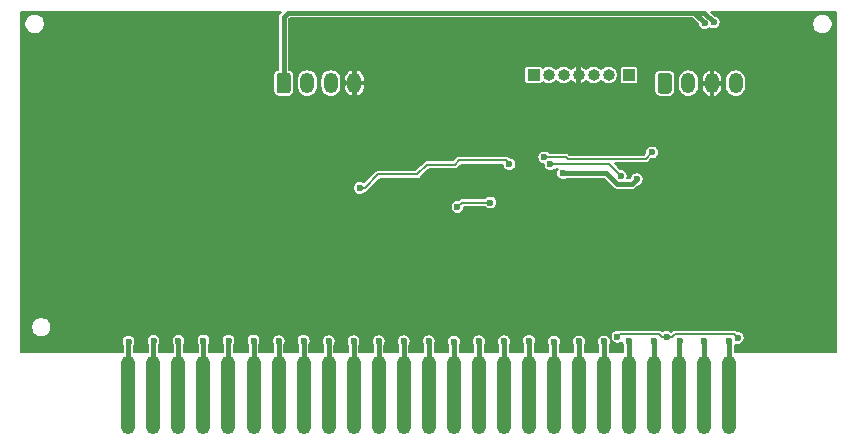
<source format=gbr>
%TF.GenerationSoftware,KiCad,Pcbnew,5.1.6+dfsg1-1~bpo10+1*%
%TF.CreationDate,2021-04-22T00:57:50+03:00*%
%TF.ProjectId,controller,636f6e74-726f-46c6-9c65-722e6b696361,rev?*%
%TF.SameCoordinates,PX3cfccb0PYa197300*%
%TF.FileFunction,Copper,L2,Bot*%
%TF.FilePolarity,Positive*%
%FSLAX46Y46*%
G04 Gerber Fmt 4.6, Leading zero omitted, Abs format (unit mm)*
G04 Created by KiCad (PCBNEW 5.1.6+dfsg1-1~bpo10+1) date 2021-04-22 00:57:50*
%MOMM*%
%LPD*%
G01*
G04 APERTURE LIST*
%TA.AperFunction,SMDPad,CuDef*%
%ADD10O,1.220000X6.660000*%
%TD*%
%TA.AperFunction,ComponentPad*%
%ADD11R,1.000000X1.000000*%
%TD*%
%TA.AperFunction,ComponentPad*%
%ADD12O,1.000000X1.000000*%
%TD*%
%TA.AperFunction,ComponentPad*%
%ADD13O,1.200000X1.750000*%
%TD*%
%TA.AperFunction,ViaPad*%
%ADD14C,0.600000*%
%TD*%
%TA.AperFunction,Conductor*%
%ADD15C,0.170000*%
%TD*%
%TA.AperFunction,Conductor*%
%ADD16C,0.400000*%
%TD*%
%TA.AperFunction,Conductor*%
%ADD17C,0.200000*%
%TD*%
G04 APERTURE END LIST*
D10*
%TO.P,J1,1*%
%TO.N,MEMBRANE1_PA10*%
X60300000Y4590000D03*
%TO.P,J1,2*%
%TO.N,MEMBRANE2*%
X58180000Y4590000D03*
%TO.P,J1,3*%
%TO.N,MEMBRANE3*%
X56060000Y4590000D03*
%TO.P,J1,4*%
%TO.N,MEMBRANE4_PC9*%
X53940000Y4590000D03*
%TO.P,J1,5*%
%TO.N,MEMBRANE5*%
X51820000Y4590000D03*
%TO.P,J1,6*%
%TO.N,MEMBRANE6_PC7*%
X49700000Y4590000D03*
%TO.P,J1,7*%
%TO.N,MEMBRANE7*%
X47580000Y4590000D03*
%TO.P,J1,8*%
%TO.N,MEMBRANE8*%
X45460000Y4590000D03*
%TO.P,J1,9*%
%TO.N,MEMBRANE9*%
X43340000Y4590000D03*
%TO.P,J1,10*%
%TO.N,MEMBRANE10*%
X41220000Y4590000D03*
%TO.P,J1,11*%
%TO.N,MEMBRANE11*%
X39100000Y4590000D03*
%TO.P,J1,12*%
%TO.N,MEMBRANE12*%
X36980000Y4590000D03*
%TO.P,J1,13*%
%TO.N,MEMBRANE13*%
X34860000Y4590000D03*
%TO.P,J1,14*%
%TO.N,MEMBRANE14*%
X32740000Y4590000D03*
%TO.P,J1,15*%
%TO.N,MEMBRANE15*%
X30620000Y4590000D03*
%TO.P,J1,16*%
%TO.N,MEMBRANE16*%
X28500000Y4590000D03*
%TO.P,J1,17*%
%TO.N,MEMBRANE17*%
X26380000Y4590000D03*
%TO.P,J1,18*%
%TO.N,MEMBRANE18*%
X24260000Y4590000D03*
%TO.P,J1,19*%
%TO.N,MEMBRANE19_PA5*%
X22140000Y4590000D03*
%TO.P,J1,20*%
%TO.N,MEMBRANE20*%
X20020000Y4590000D03*
%TO.P,J1,21*%
%TO.N,MEMBRANE21*%
X17900000Y4590000D03*
%TO.P,J1,22*%
%TO.N,MEMBRANE22*%
X15780000Y4590000D03*
%TO.P,J1,23*%
%TO.N,MEMBRANE23*%
X13660000Y4590000D03*
%TO.P,J1,24*%
%TO.N,MEMBRANE24*%
X11540000Y4590000D03*
%TO.P,J1,25*%
%TO.N,MEMBRANE25*%
X9420000Y4590000D03*
%TD*%
D11*
%TO.P,J4,1*%
%TO.N,+3.3VA*%
X51801660Y31703420D03*
%TD*%
D12*
%TO.P,J6,6*%
%TO.N,GPIO_PB4*%
X50078220Y31703420D03*
%TO.P,J6,5*%
%TO.N,GPIO_PB3*%
X48808220Y31703420D03*
%TO.P,J6,4*%
%TO.N,GND*%
X47538220Y31703420D03*
%TO.P,J6,3*%
%TO.N,GPIO_PD2*%
X46268220Y31703420D03*
%TO.P,J6,2*%
%TO.N,GPIO_PA14*%
X44998220Y31703420D03*
D11*
%TO.P,J6,1*%
%TO.N,GPIO_PA15*%
X43728220Y31703420D03*
%TD*%
D13*
%TO.P,J3,4*%
%TO.N,GND*%
X28567480Y31004920D03*
%TO.P,J3,3*%
%TO.N,SOLENOID_ENABLE*%
X26567480Y31004920D03*
%TO.P,J3,2*%
%TO.N,SOLENOID_TRIGGER_CAN_RX_BL*%
X24567480Y31004920D03*
%TO.P,J3,1*%
%TO.N,VBUS*%
%TA.AperFunction,ComponentPad*%
G36*
G01*
X21967480Y30379919D02*
X21967480Y31629921D01*
G75*
G02*
X22217479Y31879920I249999J0D01*
G01*
X22917481Y31879920D01*
G75*
G02*
X23167480Y31629921I0J-249999D01*
G01*
X23167480Y30379919D01*
G75*
G02*
X22917481Y30129920I-249999J0D01*
G01*
X22217479Y30129920D01*
G75*
G02*
X21967480Y30379919I0J249999D01*
G01*
G37*
%TD.AperFunction*%
%TD*%
%TO.P,J2,4*%
%TO.N,USB_DM_ESD*%
X60840000Y30990000D03*
%TO.P,J2,3*%
%TO.N,GND*%
X58840000Y30990000D03*
%TO.P,J2,2*%
%TO.N,USB_DP_ESD*%
X56840000Y30990000D03*
%TO.P,J2,1*%
%TO.N,VBUS*%
%TA.AperFunction,ComponentPad*%
G36*
G01*
X54240000Y30364999D02*
X54240000Y31615001D01*
G75*
G02*
X54489999Y31865000I249999J0D01*
G01*
X55190001Y31865000D01*
G75*
G02*
X55440000Y31615001I0J-249999D01*
G01*
X55440000Y30364999D01*
G75*
G02*
X55190001Y30115000I-249999J0D01*
G01*
X54489999Y30115000D01*
G75*
G02*
X54240000Y30364999I0J249999D01*
G01*
G37*
%TD.AperFunction*%
%TD*%
D14*
%TO.N,GND*%
X48638040Y26933300D03*
X39402600Y30032100D03*
X28760000Y27547980D03*
X29682020Y30575660D03*
X34665500Y25175620D03*
X34680740Y22450200D03*
X50847840Y28002640D03*
X57294360Y27685140D03*
X59029180Y28086460D03*
X3310600Y34475406D03*
X3310600Y32126754D03*
X27708440Y29663800D03*
X26461300Y27700380D03*
X25234480Y29191360D03*
X62783300Y23965564D03*
X62783300Y22033132D03*
X62783300Y20100700D03*
X64022820Y18660520D03*
X61498060Y18652900D03*
X61536160Y21561200D03*
X65696680Y12737240D03*
X67461980Y11368180D03*
X69034240Y12699140D03*
X65657310Y10296300D03*
X66882860Y10296300D03*
X64431760Y10296300D03*
X62841720Y33767170D03*
X62841720Y31803750D03*
X65150580Y32800700D03*
X65115020Y34860640D03*
X65076920Y30598520D03*
X62841720Y30822040D03*
X68163020Y30278480D03*
X66895560Y29018640D03*
X58823440Y32381600D03*
X57844500Y32409540D03*
X59594560Y32089500D03*
X58845260Y29691740D03*
X38843800Y27974700D03*
X35181120Y22081900D03*
X35859300Y15711580D03*
X35859300Y13699900D03*
X37027700Y16900300D03*
X25864400Y34731100D03*
X44231140Y21957440D03*
X37599200Y25127360D03*
X35770400Y29386940D03*
X29867440Y31157320D03*
X47510280Y17507360D03*
X34678200Y20463920D03*
X41038360Y30113380D03*
X40139200Y23006460D03*
X40507500Y21977760D03*
X40934220Y20047360D03*
X41071380Y20997320D03*
X38225000Y23840000D03*
X35203980Y23473820D03*
X45625600Y22272400D03*
X44607060Y25526140D03*
X52585200Y25488040D03*
X53474200Y23478900D03*
X57281660Y26656440D03*
X39472450Y27974700D03*
X63149060Y26618340D03*
X64055840Y25330560D03*
X66816820Y9031380D03*
X28777780Y29633320D03*
X37289320Y31835500D03*
X23385360Y34482180D03*
X21772460Y34474560D03*
X23281220Y36140000D03*
X23283760Y32638140D03*
X21856280Y32666080D03*
X32356640Y34687920D03*
X53275040Y35772500D03*
X52746720Y36229700D03*
X51928840Y36181440D03*
X52110220Y33336640D03*
X53443720Y27870560D03*
X34515640Y30380080D03*
X26443520Y28556360D03*
X27098840Y29765400D03*
X26044740Y29300580D03*
X16923600Y29747620D03*
X4731600Y33301080D03*
X3310600Y33301080D03*
X39455940Y20293740D03*
X45955800Y25310240D03*
X45351280Y23298560D03*
X63395440Y14169800D03*
X64468590Y14169800D03*
X65541740Y14169800D03*
X63395440Y15909700D03*
X64468590Y15909700D03*
X65541740Y15909700D03*
X65681440Y11713620D03*
X60918940Y21558660D03*
X60517620Y18655440D03*
X35859300Y14705740D03*
X35013480Y15076580D03*
X35013480Y14038990D03*
X39440700Y25090000D03*
X38206260Y25090000D03*
X39440700Y23865000D03*
X42255020Y23532240D03*
X42249940Y24748900D03*
X40931680Y23862440D03*
X41551440Y25051160D03*
X35511320Y31990440D03*
X40101100Y27974700D03*
X38843800Y27365100D03*
X39472450Y27365100D03*
X40101100Y27365100D03*
X31239040Y21403720D03*
X33469160Y21401180D03*
X32336320Y21319900D03*
X32357480Y22385000D03*
X30126520Y21279260D03*
X40304300Y25094340D03*
X40217940Y23834500D03*
X37583960Y23755760D03*
X62783300Y21066916D03*
X62783300Y22999348D03*
X62783300Y24931780D03*
X60149320Y21586600D03*
X66677120Y9727340D03*
X67530560Y8957720D03*
X68307800Y8957720D03*
X62841720Y32785460D03*
X62841720Y34748880D03*
X59838400Y30204820D03*
X59467560Y29701900D03*
X57844500Y31787240D03*
X62016220Y33767170D03*
X62016220Y31803750D03*
X62016220Y34748880D03*
X62016220Y32785460D03*
X62016220Y30822040D03*
X62216880Y23479408D03*
X62216880Y25411840D03*
X62216880Y21546976D03*
X62216880Y24445624D03*
X62216880Y22513192D03*
X68907240Y13857380D03*
X65044535Y10296300D03*
X66270085Y10296300D03*
X49750560Y27918820D03*
X48632960Y26173840D03*
X64048220Y30626460D03*
X31853720Y31170020D03*
X31833400Y30123540D03*
X28822920Y28665000D03*
X27698280Y27695300D03*
X30865000Y30082240D03*
X31907060Y26443080D03*
X31716560Y28757020D03*
X27660180Y30999840D03*
X27566200Y30258160D03*
X29608360Y31657700D03*
X21850000Y36140000D03*
X34350000Y18215000D03*
X45041400Y18660520D03*
X44403012Y18660520D03*
X43764626Y18660520D03*
X43126240Y18660520D03*
X35188740Y22790560D03*
X34680740Y23141080D03*
X34683280Y21718680D03*
X53453880Y26092560D03*
X54121900Y26773280D03*
X54027920Y23054720D03*
X54482580Y22607680D03*
X60121380Y29661260D03*
X46631440Y14850520D03*
X46006600Y14489840D03*
X46087880Y13600840D03*
X50979920Y26963780D03*
X39295920Y21612000D03*
X46740660Y34583780D03*
X42442980Y34886040D03*
X47540760Y30809340D03*
X47530600Y32582260D03*
X42783340Y32904840D03*
X50136640Y33062320D03*
X59443200Y36824060D03*
X57055600Y36224620D03*
X58264640Y35124800D03*
X50746240Y19440300D03*
X52966200Y18185540D03*
X54708640Y20143880D03*
X61886680Y9524140D03*
X56692380Y14934340D03*
X51785100Y10331860D03*
X57103860Y10339480D03*
X59219680Y10326780D03*
X48630420Y9994040D03*
X19724660Y26596060D03*
X17125000Y26765000D03*
X20529840Y26596060D03*
X22947920Y26596060D03*
X15762820Y31086200D03*
X10050000Y28965000D03*
X8775000Y28215000D03*
X14775000Y33215000D03*
X25550000Y19990000D03*
X27825000Y19990000D03*
X26700000Y18965000D03*
X25800000Y17790000D03*
X24700000Y19040000D03*
X24750000Y16640000D03*
X10850000Y15915000D03*
X9750000Y17215000D03*
X5050000Y19040000D03*
X6000000Y18140000D03*
X7025000Y18640000D03*
X9325000Y14990000D03*
X6675000Y14990000D03*
X6675000Y13715000D03*
X9325000Y13715000D03*
X9325000Y12440000D03*
X6675000Y12440000D03*
X6675000Y11165000D03*
X9325000Y11165000D03*
X8025000Y10365000D03*
X8025000Y15840000D03*
X14030000Y22220000D03*
X18275000Y24815000D03*
X14625000Y24715000D03*
X24390000Y24470000D03*
X14020000Y16160000D03*
X9680000Y26250000D03*
X28190000Y22640000D03*
X9620000Y19260000D03*
X12250000Y21200000D03*
X17130000Y32930000D03*
X18590000Y13470000D03*
%TO.N,+3.3VA*%
X37289320Y20504560D03*
X40070620Y20888100D03*
X46223260Y23370394D03*
X52463280Y22864220D03*
X50837680Y9526680D03*
X61024164Y9433096D03*
X55003280Y9526680D03*
%TO.N,VBUS*%
X58975840Y36135720D03*
X58211300Y36100160D03*
%TO.N,MEMBRANE10*%
X41239020Y9145680D03*
%TO.N,MEMBRANE9*%
X43354840Y9193940D03*
%TO.N,MEMBRANE8*%
X45457960Y9115200D03*
%TO.N,MEMBRANE7*%
X47578860Y9125360D03*
%TO.N,MEMBRANE5*%
X51823200Y9125360D03*
%TO.N,MEMBRANE25*%
X9440760Y9112660D03*
%TO.N,MEMBRANE16*%
X28490760Y9145680D03*
%TO.N,MEMBRANE15*%
X30619280Y9135520D03*
%TO.N,MEMBRANE14*%
X32740180Y9135520D03*
%TO.N,MEMBRANE13*%
X34866160Y9150760D03*
%TO.N,MEMBRANE12*%
X36999760Y9120280D03*
%TO.N,MEMBRANE11*%
X39100340Y9140600D03*
%TO.N,MEMBRANE3*%
X56090400Y9163460D03*
%TO.N,MEMBRANE2*%
X58180820Y9140600D03*
%TO.N,MEMBRANE24*%
X11559120Y9168540D03*
%TO.N,MEMBRANE23*%
X13662240Y9171080D03*
%TO.N,MEMBRANE22*%
X15785680Y9199020D03*
%TO.N,MEMBRANE21*%
X17909120Y9183780D03*
%TO.N,MEMBRANE20*%
X20022400Y9201560D03*
%TO.N,MEMBRANE18*%
X24261660Y9191400D03*
%TO.N,MEMBRANE17*%
X26397800Y9132980D03*
%TO.N,MEMBRANE1_PA10*%
X60311880Y9140600D03*
%TO.N,MEMBRANE4_PC9*%
X53949180Y9155840D03*
%TO.N,MEMBRANE19_PA5*%
X22148380Y9150760D03*
%TO.N,MEMBRANE6_PC7*%
X49699760Y9127900D03*
%TO.N,/LD3R*%
X53770000Y25130000D03*
X44641813Y24705810D03*
%TO.N,/BottomLightsGround*%
X29014000Y22120000D03*
X51112000Y23136000D03*
X41691140Y24139300D03*
X45163320Y24139300D03*
%TD*%
D15*
%TO.N,+3.3VA*%
X37672860Y20888100D02*
X40070620Y20888100D01*
X37289320Y20504560D02*
X37672860Y20888100D01*
D16*
X49886004Y23370394D02*
X49575704Y23370394D01*
X50790399Y22465999D02*
X49886004Y23370394D01*
X49575704Y23370394D02*
X46223260Y23370394D01*
X52065059Y22465999D02*
X50790399Y22465999D01*
X52463280Y22864220D02*
X52065059Y22465999D01*
D15*
X51044095Y9733095D02*
X50837680Y9526680D01*
X61024164Y9433096D02*
X60724165Y9733095D01*
X60724165Y9733095D02*
X56071945Y9733095D01*
X53617115Y9733095D02*
X51044095Y9733095D01*
X54567750Y9526680D02*
X54361335Y9733095D01*
X55003280Y9526680D02*
X54567750Y9526680D01*
X54361335Y9733095D02*
X53617115Y9733095D01*
X55468100Y9526680D02*
X55674515Y9733095D01*
X55003280Y9526680D02*
X55468100Y9526680D01*
X56071945Y9733095D02*
X55674515Y9733095D01*
D16*
%TO.N,VBUS*%
X22567480Y31004920D02*
X22567480Y35086700D01*
X24445770Y36964990D02*
X24862330Y36964990D01*
X22567480Y36610700D02*
X22921770Y36964990D01*
X22567480Y35086700D02*
X22567480Y36610700D01*
X24862330Y36964990D02*
X22921770Y36964990D01*
X22567480Y36610700D02*
X22567480Y36620860D01*
X24862330Y36964990D02*
X53090930Y36964990D01*
X58975840Y36135720D02*
X58199830Y36911730D01*
X57346470Y36964990D02*
X57282890Y36964990D01*
X58211300Y36100160D02*
X57346470Y36964990D01*
X58146570Y36964990D02*
X58199830Y36911730D01*
X56685990Y36964990D02*
X58146570Y36964990D01*
X53090930Y36964990D02*
X56685990Y36964990D01*
X56685990Y36964990D02*
X57282890Y36964990D01*
D15*
%TO.N,MEMBRANE10*%
X41220000Y7260000D02*
X41240000Y7280000D01*
D16*
X41220000Y9126660D02*
X41239020Y9145680D01*
X41220000Y4590000D02*
X41220000Y9126660D01*
D15*
%TO.N,MEMBRANE9*%
X43340000Y7230000D02*
X43350000Y7240000D01*
D16*
X43340000Y9179100D02*
X43354840Y9193940D01*
X43340000Y4590000D02*
X43340000Y9179100D01*
%TO.N,MEMBRANE8*%
X45460000Y9113160D02*
X45457960Y9115200D01*
X45460000Y4590000D02*
X45460000Y9113160D01*
D15*
%TO.N,MEMBRANE7*%
X47580000Y7260000D02*
X47610000Y7290000D01*
X47580000Y4590000D02*
X47580000Y7260000D01*
D16*
X47580000Y9124220D02*
X47578860Y9125360D01*
X47580000Y4590000D02*
X47580000Y9124220D01*
D15*
%TO.N,MEMBRANE5*%
X51820000Y7220000D02*
X51850000Y7250000D01*
D16*
X51820000Y9122160D02*
X51823200Y9125360D01*
X51820000Y4590000D02*
X51820000Y9122160D01*
D15*
%TO.N,MEMBRANE25*%
X9420000Y7280000D02*
X9440000Y7300000D01*
D16*
X9420000Y9091900D02*
X9440760Y9112660D01*
X9420000Y4590000D02*
X9420000Y9091900D01*
D15*
%TO.N,MEMBRANE16*%
X28500000Y7310000D02*
X28490000Y7320000D01*
D16*
X28500000Y9136440D02*
X28490760Y9145680D01*
X28500000Y4590000D02*
X28500000Y9136440D01*
D15*
%TO.N,MEMBRANE15*%
X30620000Y7280000D02*
X30640000Y7300000D01*
D16*
X30620000Y9134800D02*
X30619280Y9135520D01*
X30620000Y4590000D02*
X30620000Y9134800D01*
D15*
%TO.N,MEMBRANE14*%
X32740000Y7300000D02*
X32730000Y7310000D01*
D16*
X32740000Y9135340D02*
X32740180Y9135520D01*
X32740000Y4590000D02*
X32740000Y9135340D01*
%TO.N,MEMBRANE13*%
X34860000Y9144600D02*
X34866160Y9150760D01*
X34860000Y4590000D02*
X34860000Y9144600D01*
D15*
%TO.N,MEMBRANE12*%
X36980000Y7250000D02*
X37000000Y7270000D01*
D16*
X36980000Y9100520D02*
X36999760Y9120280D01*
X36980000Y4590000D02*
X36980000Y9100520D01*
%TO.N,MEMBRANE11*%
X39100000Y9140260D02*
X39100340Y9140600D01*
X39100000Y4590000D02*
X39100000Y9140260D01*
D15*
%TO.N,MEMBRANE3*%
X56060000Y7220000D02*
X56090000Y7250000D01*
D16*
X56060000Y9133060D02*
X56090400Y9163460D01*
X56060000Y4590000D02*
X56060000Y9133060D01*
%TO.N,MEMBRANE2*%
X58180000Y9139780D02*
X58180820Y9140600D01*
X58180000Y4590000D02*
X58180000Y9139780D01*
D15*
%TO.N,MEMBRANE24*%
X11540000Y7250000D02*
X11560000Y7270000D01*
D16*
X11540000Y9149420D02*
X11559120Y9168540D01*
X11540000Y4590000D02*
X11540000Y9149420D01*
%TO.N,MEMBRANE23*%
X13660000Y9168840D02*
X13662240Y9171080D01*
X13660000Y4590000D02*
X13660000Y9168840D01*
D15*
%TO.N,MEMBRANE22*%
X15780000Y7300000D02*
X15790000Y7310000D01*
D16*
X15780000Y9193340D02*
X15785680Y9199020D01*
X15780000Y4590000D02*
X15780000Y9193340D01*
D15*
%TO.N,MEMBRANE21*%
X17900000Y7240000D02*
X17920000Y7260000D01*
D16*
X17900000Y9174660D02*
X17909120Y9183780D01*
X17900000Y4590000D02*
X17900000Y9174660D01*
D15*
%TO.N,MEMBRANE20*%
X20020000Y7280000D02*
X20030000Y7290000D01*
D16*
X20020000Y9199160D02*
X20022400Y9201560D01*
X20020000Y4590000D02*
X20020000Y9199160D01*
D15*
%TO.N,MEMBRANE18*%
X24260000Y7260000D02*
X24250000Y7270000D01*
D16*
X24260000Y9189740D02*
X24261660Y9191400D01*
X24260000Y4590000D02*
X24260000Y9189740D01*
D15*
%TO.N,MEMBRANE17*%
X26380000Y7270000D02*
X26400000Y7290000D01*
D16*
X26380000Y9115180D02*
X26397800Y9132980D01*
X26380000Y4590000D02*
X26380000Y9115180D01*
D15*
%TO.N,MEMBRANE1_PA10*%
X60300000Y7230000D02*
X60310000Y7240000D01*
D16*
X60300000Y9128720D02*
X60311880Y9140600D01*
X60300000Y4590000D02*
X60300000Y9128720D01*
D15*
%TO.N,MEMBRANE4_PC9*%
X53940000Y7230000D02*
X53950000Y7240000D01*
D16*
X53940000Y9146660D02*
X53949180Y9155840D01*
X53940000Y4590000D02*
X53940000Y9146660D01*
%TO.N,MEMBRANE19_PA5*%
X22140000Y9142380D02*
X22148380Y9150760D01*
X22140000Y4590000D02*
X22140000Y9142380D01*
D15*
%TO.N,MEMBRANE6_PC7*%
X49700000Y7220000D02*
X49710000Y7230000D01*
D16*
X49700000Y9127660D02*
X49699760Y9127900D01*
X49700000Y4590000D02*
X49700000Y9127660D01*
D15*
%TO.N,/LD3R*%
X53210000Y24570000D02*
X53770000Y25130000D01*
X46630000Y24570000D02*
X53210000Y24570000D01*
X46494190Y24705810D02*
X44641813Y24705810D01*
X46630000Y24570000D02*
X46494190Y24705810D01*
%TO.N,/BottomLightsGround*%
X45164417Y24138203D02*
X45163320Y24139300D01*
D17*
X50108700Y24139300D02*
X51112000Y23136000D01*
X45163320Y24139300D02*
X50108700Y24139300D01*
X29438264Y22120000D02*
X30593964Y23275700D01*
X29014000Y22120000D02*
X29438264Y22120000D01*
X30593964Y23275700D02*
X33893340Y23275700D01*
X33893340Y23275700D02*
X34706140Y24088500D01*
X34706140Y24088500D02*
X37063260Y24088500D01*
X37063260Y24088500D02*
X37443001Y24468241D01*
X37443001Y24468241D02*
X41362199Y24468241D01*
X41362199Y24468241D02*
X41691140Y24139300D01*
%TD*%
D15*
%TO.N,GND*%
G36*
X22297229Y37026343D02*
G01*
X22296725Y37026073D01*
X22222874Y36965466D01*
X22162267Y36891615D01*
X22117231Y36807359D01*
X22089498Y36715936D01*
X22082480Y36644680D01*
X22082480Y36634520D01*
X22080134Y36610700D01*
X22082480Y36586883D01*
X22082480Y36586881D01*
X22082481Y36586871D01*
X22082480Y35062881D01*
X22082481Y35062871D01*
X22082480Y32146783D01*
X22012216Y32125469D01*
X21919484Y32075902D01*
X21838203Y32009197D01*
X21771498Y31927916D01*
X21721931Y31835184D01*
X21691408Y31734563D01*
X21681102Y31629921D01*
X21681102Y30379919D01*
X21691408Y30275277D01*
X21721931Y30174656D01*
X21771498Y30081924D01*
X21838203Y30000643D01*
X21919484Y29933938D01*
X22012216Y29884371D01*
X22112837Y29853848D01*
X22217479Y29843542D01*
X22917481Y29843542D01*
X23022123Y29853848D01*
X23122744Y29884371D01*
X23215476Y29933938D01*
X23296757Y30000643D01*
X23363462Y30081924D01*
X23413029Y30174656D01*
X23443552Y30275277D01*
X23453858Y30379919D01*
X23453858Y31323396D01*
X23682480Y31323396D01*
X23682480Y30686443D01*
X23695285Y30556430D01*
X23745891Y30389607D01*
X23828070Y30235861D01*
X23938664Y30101103D01*
X24073422Y29990509D01*
X24227168Y29908331D01*
X24393991Y29857725D01*
X24567480Y29840638D01*
X24740970Y29857725D01*
X24907793Y29908331D01*
X25061539Y29990509D01*
X25196297Y30101103D01*
X25306891Y30235861D01*
X25389069Y30389607D01*
X25439675Y30556430D01*
X25452480Y30686443D01*
X25452480Y31323396D01*
X25682480Y31323396D01*
X25682480Y30686443D01*
X25695285Y30556430D01*
X25745891Y30389607D01*
X25828070Y30235861D01*
X25938664Y30101103D01*
X26073422Y29990509D01*
X26227168Y29908331D01*
X26393991Y29857725D01*
X26567480Y29840638D01*
X26740970Y29857725D01*
X26907793Y29908331D01*
X27061539Y29990509D01*
X27196297Y30101103D01*
X27306891Y30235861D01*
X27389069Y30389607D01*
X27439675Y30556430D01*
X27452480Y30686443D01*
X27452480Y30889920D01*
X27682480Y30889920D01*
X27682480Y30614920D01*
X27721920Y30444475D01*
X27793855Y30284999D01*
X27895520Y30142621D01*
X28023008Y30022813D01*
X28171420Y29930179D01*
X28316625Y29881217D01*
X28452480Y29924337D01*
X28452480Y30889920D01*
X28682480Y30889920D01*
X28682480Y29924337D01*
X28818335Y29881217D01*
X28963540Y29930179D01*
X29111952Y30022813D01*
X29239440Y30142621D01*
X29341105Y30284999D01*
X29413040Y30444475D01*
X29452480Y30614920D01*
X29452480Y30889920D01*
X28682480Y30889920D01*
X28452480Y30889920D01*
X27682480Y30889920D01*
X27452480Y30889920D01*
X27452480Y31323397D01*
X27445436Y31394920D01*
X27682480Y31394920D01*
X27682480Y31119920D01*
X28452480Y31119920D01*
X28452480Y32085503D01*
X28682480Y32085503D01*
X28682480Y31119920D01*
X29452480Y31119920D01*
X29452480Y31394920D01*
X29413040Y31565365D01*
X29341105Y31724841D01*
X29239440Y31867219D01*
X29111952Y31987027D01*
X28963540Y32079661D01*
X28818335Y32128623D01*
X28682480Y32085503D01*
X28452480Y32085503D01*
X28316625Y32128623D01*
X28171420Y32079661D01*
X28023008Y31987027D01*
X27895520Y31867219D01*
X27793855Y31724841D01*
X27721920Y31565365D01*
X27682480Y31394920D01*
X27445436Y31394920D01*
X27439675Y31453410D01*
X27389069Y31620233D01*
X27306891Y31773979D01*
X27196297Y31908737D01*
X27061538Y32019331D01*
X26907792Y32101509D01*
X26740969Y32152115D01*
X26567480Y32169202D01*
X26393990Y32152115D01*
X26227167Y32101509D01*
X26073421Y32019331D01*
X25938663Y31908737D01*
X25828069Y31773978D01*
X25745891Y31620232D01*
X25695285Y31453409D01*
X25682480Y31323396D01*
X25452480Y31323396D01*
X25452480Y31323397D01*
X25439675Y31453410D01*
X25389069Y31620233D01*
X25306891Y31773979D01*
X25196297Y31908737D01*
X25061538Y32019331D01*
X24907792Y32101509D01*
X24740969Y32152115D01*
X24567480Y32169202D01*
X24393990Y32152115D01*
X24227167Y32101509D01*
X24073421Y32019331D01*
X23938663Y31908737D01*
X23828069Y31773978D01*
X23745891Y31620232D01*
X23695285Y31453409D01*
X23682480Y31323396D01*
X23453858Y31323396D01*
X23453858Y31629921D01*
X23443552Y31734563D01*
X23413029Y31835184D01*
X23363462Y31927916D01*
X23296757Y32009197D01*
X23215476Y32075902D01*
X23122744Y32125469D01*
X23052480Y32146783D01*
X23052480Y32203420D01*
X42941842Y32203420D01*
X42941842Y31203420D01*
X42947345Y31147550D01*
X42963641Y31093828D01*
X42990105Y31044317D01*
X43025720Y31000920D01*
X43069117Y30965305D01*
X43118628Y30938841D01*
X43172350Y30922545D01*
X43228220Y30917042D01*
X44228220Y30917042D01*
X44284090Y30922545D01*
X44337812Y30938841D01*
X44387323Y30965305D01*
X44430720Y31000920D01*
X44466335Y31044317D01*
X44492799Y31093828D01*
X44493929Y31097554D01*
X44497812Y31093671D01*
X44626383Y31007762D01*
X44769244Y30948587D01*
X44920904Y30918420D01*
X45075536Y30918420D01*
X45227196Y30948587D01*
X45370057Y31007762D01*
X45498628Y31093671D01*
X45607969Y31203012D01*
X45633220Y31240803D01*
X45658471Y31203012D01*
X45767812Y31093671D01*
X45896383Y31007762D01*
X46039244Y30948587D01*
X46190904Y30918420D01*
X46345536Y30918420D01*
X46497196Y30948587D01*
X46640057Y31007762D01*
X46768628Y31093671D01*
X46877969Y31203012D01*
X46905640Y31244424D01*
X46936199Y31199625D01*
X47046052Y31091857D01*
X47174819Y31007591D01*
X47303160Y30954439D01*
X47423220Y30998995D01*
X47423220Y31588420D01*
X47403220Y31588420D01*
X47403220Y31818420D01*
X47423220Y31818420D01*
X47423220Y32407845D01*
X47653220Y32407845D01*
X47653220Y31818420D01*
X47673220Y31818420D01*
X47673220Y31588420D01*
X47653220Y31588420D01*
X47653220Y30998995D01*
X47773280Y30954439D01*
X47901621Y31007591D01*
X48030388Y31091857D01*
X48140241Y31199625D01*
X48170800Y31244424D01*
X48198471Y31203012D01*
X48307812Y31093671D01*
X48436383Y31007762D01*
X48579244Y30948587D01*
X48730904Y30918420D01*
X48885536Y30918420D01*
X49037196Y30948587D01*
X49180057Y31007762D01*
X49308628Y31093671D01*
X49417969Y31203012D01*
X49443220Y31240803D01*
X49468471Y31203012D01*
X49577812Y31093671D01*
X49706383Y31007762D01*
X49849244Y30948587D01*
X50000904Y30918420D01*
X50155536Y30918420D01*
X50307196Y30948587D01*
X50450057Y31007762D01*
X50578628Y31093671D01*
X50687969Y31203012D01*
X50773878Y31331583D01*
X50833053Y31474444D01*
X50863220Y31626104D01*
X50863220Y31780736D01*
X50833053Y31932396D01*
X50773878Y32075257D01*
X50688242Y32203420D01*
X51015282Y32203420D01*
X51015282Y31203420D01*
X51020785Y31147550D01*
X51037081Y31093828D01*
X51063545Y31044317D01*
X51099160Y31000920D01*
X51142557Y30965305D01*
X51192068Y30938841D01*
X51245790Y30922545D01*
X51301660Y30917042D01*
X52301660Y30917042D01*
X52357530Y30922545D01*
X52411252Y30938841D01*
X52460763Y30965305D01*
X52504160Y31000920D01*
X52539775Y31044317D01*
X52566239Y31093828D01*
X52582535Y31147550D01*
X52588038Y31203420D01*
X52588038Y31615001D01*
X53953622Y31615001D01*
X53953622Y30364999D01*
X53963928Y30260357D01*
X53994451Y30159736D01*
X54044018Y30067004D01*
X54110723Y29985723D01*
X54192004Y29919018D01*
X54284736Y29869451D01*
X54385357Y29838928D01*
X54489999Y29828622D01*
X55190001Y29828622D01*
X55294643Y29838928D01*
X55395264Y29869451D01*
X55487996Y29919018D01*
X55569277Y29985723D01*
X55635982Y30067004D01*
X55685549Y30159736D01*
X55716072Y30260357D01*
X55726378Y30364999D01*
X55726378Y31308476D01*
X55955000Y31308476D01*
X55955000Y30671523D01*
X55967805Y30541510D01*
X56018411Y30374687D01*
X56100590Y30220941D01*
X56211184Y30086183D01*
X56345942Y29975589D01*
X56499688Y29893411D01*
X56666511Y29842805D01*
X56840000Y29825718D01*
X57013490Y29842805D01*
X57180313Y29893411D01*
X57334059Y29975589D01*
X57468817Y30086183D01*
X57579411Y30220941D01*
X57661589Y30374687D01*
X57712195Y30541510D01*
X57725000Y30671523D01*
X57725000Y30875000D01*
X57955000Y30875000D01*
X57955000Y30600000D01*
X57994440Y30429555D01*
X58066375Y30270079D01*
X58168040Y30127701D01*
X58295528Y30007893D01*
X58443940Y29915259D01*
X58589145Y29866297D01*
X58725000Y29909417D01*
X58725000Y30875000D01*
X58955000Y30875000D01*
X58955000Y29909417D01*
X59090855Y29866297D01*
X59236060Y29915259D01*
X59384472Y30007893D01*
X59511960Y30127701D01*
X59613625Y30270079D01*
X59685560Y30429555D01*
X59725000Y30600000D01*
X59725000Y30875000D01*
X58955000Y30875000D01*
X58725000Y30875000D01*
X57955000Y30875000D01*
X57725000Y30875000D01*
X57725000Y31308477D01*
X57717956Y31380000D01*
X57955000Y31380000D01*
X57955000Y31105000D01*
X58725000Y31105000D01*
X58725000Y32070583D01*
X58955000Y32070583D01*
X58955000Y31105000D01*
X59725000Y31105000D01*
X59725000Y31308476D01*
X59955000Y31308476D01*
X59955000Y30671523D01*
X59967805Y30541510D01*
X60018411Y30374687D01*
X60100590Y30220941D01*
X60211184Y30086183D01*
X60345942Y29975589D01*
X60499688Y29893411D01*
X60666511Y29842805D01*
X60840000Y29825718D01*
X61013490Y29842805D01*
X61180313Y29893411D01*
X61334059Y29975589D01*
X61468817Y30086183D01*
X61579411Y30220941D01*
X61661589Y30374687D01*
X61712195Y30541510D01*
X61725000Y30671523D01*
X61725000Y31308477D01*
X61712195Y31438490D01*
X61661589Y31605313D01*
X61579411Y31759059D01*
X61468817Y31893817D01*
X61334058Y32004411D01*
X61180312Y32086589D01*
X61013489Y32137195D01*
X60840000Y32154282D01*
X60666510Y32137195D01*
X60499687Y32086589D01*
X60345941Y32004411D01*
X60211183Y31893817D01*
X60100589Y31759058D01*
X60018411Y31605312D01*
X59967805Y31438489D01*
X59955000Y31308476D01*
X59725000Y31308476D01*
X59725000Y31380000D01*
X59685560Y31550445D01*
X59613625Y31709921D01*
X59511960Y31852299D01*
X59384472Y31972107D01*
X59236060Y32064741D01*
X59090855Y32113703D01*
X58955000Y32070583D01*
X58725000Y32070583D01*
X58589145Y32113703D01*
X58443940Y32064741D01*
X58295528Y31972107D01*
X58168040Y31852299D01*
X58066375Y31709921D01*
X57994440Y31550445D01*
X57955000Y31380000D01*
X57717956Y31380000D01*
X57712195Y31438490D01*
X57661589Y31605313D01*
X57579411Y31759059D01*
X57468817Y31893817D01*
X57334058Y32004411D01*
X57180312Y32086589D01*
X57013489Y32137195D01*
X56840000Y32154282D01*
X56666510Y32137195D01*
X56499687Y32086589D01*
X56345941Y32004411D01*
X56211183Y31893817D01*
X56100589Y31759058D01*
X56018411Y31605312D01*
X55967805Y31438489D01*
X55955000Y31308476D01*
X55726378Y31308476D01*
X55726378Y31615001D01*
X55716072Y31719643D01*
X55685549Y31820264D01*
X55635982Y31912996D01*
X55569277Y31994277D01*
X55487996Y32060982D01*
X55395264Y32110549D01*
X55294643Y32141072D01*
X55190001Y32151378D01*
X54489999Y32151378D01*
X54385357Y32141072D01*
X54284736Y32110549D01*
X54192004Y32060982D01*
X54110723Y31994277D01*
X54044018Y31912996D01*
X53994451Y31820264D01*
X53963928Y31719643D01*
X53953622Y31615001D01*
X52588038Y31615001D01*
X52588038Y32203420D01*
X52582535Y32259290D01*
X52566239Y32313012D01*
X52539775Y32362523D01*
X52504160Y32405920D01*
X52460763Y32441535D01*
X52411252Y32467999D01*
X52357530Y32484295D01*
X52301660Y32489798D01*
X51301660Y32489798D01*
X51245790Y32484295D01*
X51192068Y32467999D01*
X51142557Y32441535D01*
X51099160Y32405920D01*
X51063545Y32362523D01*
X51037081Y32313012D01*
X51020785Y32259290D01*
X51015282Y32203420D01*
X50688242Y32203420D01*
X50687969Y32203828D01*
X50578628Y32313169D01*
X50450057Y32399078D01*
X50307196Y32458253D01*
X50155536Y32488420D01*
X50000904Y32488420D01*
X49849244Y32458253D01*
X49706383Y32399078D01*
X49577812Y32313169D01*
X49468471Y32203828D01*
X49443220Y32166037D01*
X49417969Y32203828D01*
X49308628Y32313169D01*
X49180057Y32399078D01*
X49037196Y32458253D01*
X48885536Y32488420D01*
X48730904Y32488420D01*
X48579244Y32458253D01*
X48436383Y32399078D01*
X48307812Y32313169D01*
X48198471Y32203828D01*
X48170800Y32162416D01*
X48140241Y32207215D01*
X48030388Y32314983D01*
X47901621Y32399249D01*
X47773280Y32452401D01*
X47653220Y32407845D01*
X47423220Y32407845D01*
X47303160Y32452401D01*
X47174819Y32399249D01*
X47046052Y32314983D01*
X46936199Y32207215D01*
X46905640Y32162416D01*
X46877969Y32203828D01*
X46768628Y32313169D01*
X46640057Y32399078D01*
X46497196Y32458253D01*
X46345536Y32488420D01*
X46190904Y32488420D01*
X46039244Y32458253D01*
X45896383Y32399078D01*
X45767812Y32313169D01*
X45658471Y32203828D01*
X45633220Y32166037D01*
X45607969Y32203828D01*
X45498628Y32313169D01*
X45370057Y32399078D01*
X45227196Y32458253D01*
X45075536Y32488420D01*
X44920904Y32488420D01*
X44769244Y32458253D01*
X44626383Y32399078D01*
X44497812Y32313169D01*
X44493929Y32309286D01*
X44492799Y32313012D01*
X44466335Y32362523D01*
X44430720Y32405920D01*
X44387323Y32441535D01*
X44337812Y32467999D01*
X44284090Y32484295D01*
X44228220Y32489798D01*
X43228220Y32489798D01*
X43172350Y32484295D01*
X43118628Y32467999D01*
X43069117Y32441535D01*
X43025720Y32405920D01*
X42990105Y32362523D01*
X42963641Y32313012D01*
X42947345Y32259290D01*
X42941842Y32203420D01*
X23052480Y32203420D01*
X23052480Y36409807D01*
X23122664Y36479990D01*
X57145577Y36479990D01*
X57637045Y35988522D01*
X57648781Y35929522D01*
X57692879Y35823058D01*
X57756900Y35727244D01*
X57838384Y35645760D01*
X57934198Y35581739D01*
X58040662Y35537641D01*
X58153682Y35515160D01*
X58268918Y35515160D01*
X58381938Y35537641D01*
X58488402Y35581739D01*
X58584216Y35645760D01*
X58613026Y35674570D01*
X58698738Y35617299D01*
X58805202Y35573201D01*
X58918222Y35550720D01*
X59033458Y35550720D01*
X59146478Y35573201D01*
X59252942Y35617299D01*
X59348756Y35681320D01*
X59430240Y35762804D01*
X59494261Y35858618D01*
X59538359Y35965082D01*
X59560370Y36075741D01*
X67322340Y36075741D01*
X67322340Y35906139D01*
X67355428Y35739796D01*
X67420332Y35583104D01*
X67514558Y35442084D01*
X67634484Y35322158D01*
X67775504Y35227932D01*
X67932196Y35163028D01*
X68098539Y35129940D01*
X68268141Y35129940D01*
X68434484Y35163028D01*
X68591176Y35227932D01*
X68732196Y35322158D01*
X68852122Y35442084D01*
X68946348Y35583104D01*
X69011252Y35739796D01*
X69044340Y35906139D01*
X69044340Y36075741D01*
X69011252Y36242084D01*
X68946348Y36398776D01*
X68852122Y36539796D01*
X68732196Y36659722D01*
X68591176Y36753948D01*
X68434484Y36818852D01*
X68268141Y36851940D01*
X68098539Y36851940D01*
X67932196Y36818852D01*
X67775504Y36753948D01*
X67634484Y36659722D01*
X67514558Y36539796D01*
X67420332Y36398776D01*
X67355428Y36242084D01*
X67322340Y36075741D01*
X59560370Y36075741D01*
X59560840Y36078102D01*
X59560840Y36193338D01*
X59538359Y36306358D01*
X59494261Y36412822D01*
X59430240Y36508636D01*
X59348756Y36590120D01*
X59252942Y36654141D01*
X59146478Y36698239D01*
X59087479Y36709975D01*
X58747453Y37050000D01*
X69320001Y37050000D01*
X69320000Y8275000D01*
X60785000Y8275000D01*
X60785000Y8795700D01*
X60830301Y8863498D01*
X60836205Y8877752D01*
X60853526Y8870577D01*
X60966546Y8848096D01*
X61081782Y8848096D01*
X61194802Y8870577D01*
X61301266Y8914675D01*
X61397080Y8978696D01*
X61478564Y9060180D01*
X61542585Y9155994D01*
X61586683Y9262458D01*
X61609164Y9375478D01*
X61609164Y9490714D01*
X61586683Y9603734D01*
X61542585Y9710198D01*
X61478564Y9806012D01*
X61397080Y9887496D01*
X61301266Y9951517D01*
X61194802Y9995615D01*
X61081782Y10018096D01*
X60966546Y10018096D01*
X60961377Y10017068D01*
X60930720Y10042227D01*
X60866443Y10076584D01*
X60796698Y10097741D01*
X60742339Y10103095D01*
X60742328Y10103095D01*
X60724165Y10104884D01*
X60706002Y10103095D01*
X55692678Y10103095D01*
X55674515Y10104884D01*
X55656351Y10103095D01*
X55656341Y10103095D01*
X55601982Y10097741D01*
X55532237Y10076584D01*
X55467960Y10042227D01*
X55411620Y9995990D01*
X55400032Y9981870D01*
X55387719Y9969557D01*
X55376196Y9981080D01*
X55280382Y10045101D01*
X55173918Y10089199D01*
X55060898Y10111680D01*
X54945662Y10111680D01*
X54832642Y10089199D01*
X54726178Y10045101D01*
X54634305Y9983713D01*
X54624230Y9995990D01*
X54567890Y10042227D01*
X54503613Y10076584D01*
X54433868Y10097741D01*
X54379509Y10103095D01*
X54379498Y10103095D01*
X54361335Y10104884D01*
X54343172Y10103095D01*
X51062258Y10103095D01*
X51044095Y10104884D01*
X51025931Y10103095D01*
X51025921Y10103095D01*
X50971562Y10097741D01*
X50969111Y10096998D01*
X50895298Y10111680D01*
X50780062Y10111680D01*
X50667042Y10089199D01*
X50560578Y10045101D01*
X50464764Y9981080D01*
X50383280Y9899596D01*
X50319259Y9803782D01*
X50275161Y9697318D01*
X50252680Y9584298D01*
X50252680Y9469062D01*
X50275161Y9356042D01*
X50319259Y9249578D01*
X50383280Y9153764D01*
X50464764Y9072280D01*
X50560578Y9008259D01*
X50667042Y8964161D01*
X50780062Y8941680D01*
X50895298Y8941680D01*
X51008318Y8964161D01*
X51114782Y9008259D01*
X51210596Y9072280D01*
X51238200Y9099884D01*
X51238200Y9067742D01*
X51260681Y8954722D01*
X51304779Y8848258D01*
X51335001Y8803028D01*
X51335001Y8275000D01*
X50185000Y8275000D01*
X50185000Y8801139D01*
X50218181Y8850798D01*
X50262279Y8957262D01*
X50284760Y9070282D01*
X50284760Y9185518D01*
X50262279Y9298538D01*
X50218181Y9405002D01*
X50154160Y9500816D01*
X50072676Y9582300D01*
X49976862Y9646321D01*
X49870398Y9690419D01*
X49757378Y9712900D01*
X49642142Y9712900D01*
X49529122Y9690419D01*
X49422658Y9646321D01*
X49326844Y9582300D01*
X49245360Y9500816D01*
X49181339Y9405002D01*
X49137241Y9298538D01*
X49114760Y9185518D01*
X49114760Y9070282D01*
X49137241Y8957262D01*
X49181339Y8850798D01*
X49215001Y8800419D01*
X49215001Y8275000D01*
X48065000Y8275000D01*
X48065000Y8799946D01*
X48097281Y8848258D01*
X48141379Y8954722D01*
X48163860Y9067742D01*
X48163860Y9182978D01*
X48141379Y9295998D01*
X48097281Y9402462D01*
X48033260Y9498276D01*
X47951776Y9579760D01*
X47855962Y9643781D01*
X47749498Y9687879D01*
X47636478Y9710360D01*
X47521242Y9710360D01*
X47408222Y9687879D01*
X47301758Y9643781D01*
X47205944Y9579760D01*
X47124460Y9498276D01*
X47060439Y9402462D01*
X47016341Y9295998D01*
X46993860Y9182978D01*
X46993860Y9067742D01*
X47016341Y8954722D01*
X47060439Y8848258D01*
X47095001Y8796533D01*
X47095001Y8275000D01*
X45945000Y8275000D01*
X45945000Y8791133D01*
X45976381Y8838098D01*
X46020479Y8944562D01*
X46042960Y9057582D01*
X46042960Y9172818D01*
X46020479Y9285838D01*
X45976381Y9392302D01*
X45912360Y9488116D01*
X45830876Y9569600D01*
X45735062Y9633621D01*
X45628598Y9677719D01*
X45515578Y9700200D01*
X45400342Y9700200D01*
X45287322Y9677719D01*
X45180858Y9633621D01*
X45085044Y9569600D01*
X45003560Y9488116D01*
X44939539Y9392302D01*
X44895441Y9285838D01*
X44872960Y9172818D01*
X44872960Y9057582D01*
X44895441Y8944562D01*
X44939539Y8838098D01*
X44975001Y8785026D01*
X44975001Y8275000D01*
X43825000Y8275000D01*
X43825000Y8844610D01*
X43873261Y8916838D01*
X43917359Y9023302D01*
X43939840Y9136322D01*
X43939840Y9251558D01*
X43917359Y9364578D01*
X43873261Y9471042D01*
X43809240Y9566856D01*
X43727756Y9648340D01*
X43631942Y9712361D01*
X43525478Y9756459D01*
X43412458Y9778940D01*
X43297222Y9778940D01*
X43184202Y9756459D01*
X43077738Y9712361D01*
X42981924Y9648340D01*
X42900440Y9566856D01*
X42836419Y9471042D01*
X42792321Y9364578D01*
X42769840Y9251558D01*
X42769840Y9136322D01*
X42792321Y9023302D01*
X42836419Y8916838D01*
X42855001Y8889028D01*
X42855001Y8275000D01*
X41705000Y8275000D01*
X41705000Y8790095D01*
X41757441Y8868578D01*
X41801539Y8975042D01*
X41824020Y9088062D01*
X41824020Y9203298D01*
X41801539Y9316318D01*
X41757441Y9422782D01*
X41693420Y9518596D01*
X41611936Y9600080D01*
X41516122Y9664101D01*
X41409658Y9708199D01*
X41296638Y9730680D01*
X41181402Y9730680D01*
X41068382Y9708199D01*
X40961918Y9664101D01*
X40866104Y9600080D01*
X40784620Y9518596D01*
X40720599Y9422782D01*
X40676501Y9316318D01*
X40654020Y9203298D01*
X40654020Y9088062D01*
X40676501Y8975042D01*
X40720599Y8868578D01*
X40735001Y8847024D01*
X40735001Y8275000D01*
X39585000Y8275000D01*
X39585000Y8812971D01*
X39618761Y8863498D01*
X39662859Y8969962D01*
X39685340Y9082982D01*
X39685340Y9198218D01*
X39662859Y9311238D01*
X39618761Y9417702D01*
X39554740Y9513516D01*
X39473256Y9595000D01*
X39377442Y9659021D01*
X39270978Y9703119D01*
X39157958Y9725600D01*
X39042722Y9725600D01*
X38929702Y9703119D01*
X38823238Y9659021D01*
X38727424Y9595000D01*
X38645940Y9513516D01*
X38581919Y9417702D01*
X38537821Y9311238D01*
X38515340Y9198218D01*
X38515340Y9082982D01*
X38537821Y8969962D01*
X38581919Y8863498D01*
X38615001Y8813988D01*
X38615001Y8275000D01*
X37465000Y8275000D01*
X37465000Y8763587D01*
X37518181Y8843178D01*
X37562279Y8949642D01*
X37584760Y9062662D01*
X37584760Y9177898D01*
X37562279Y9290918D01*
X37518181Y9397382D01*
X37454160Y9493196D01*
X37372676Y9574680D01*
X37276862Y9638701D01*
X37170398Y9682799D01*
X37057378Y9705280D01*
X36942142Y9705280D01*
X36829122Y9682799D01*
X36722658Y9638701D01*
X36626844Y9574680D01*
X36545360Y9493196D01*
X36481339Y9397382D01*
X36437241Y9290918D01*
X36414760Y9177898D01*
X36414760Y9062662D01*
X36437241Y8949642D01*
X36481339Y8843178D01*
X36495001Y8822732D01*
X36495001Y8275000D01*
X35345000Y8275000D01*
X35345000Y8814421D01*
X35384581Y8873658D01*
X35428679Y8980122D01*
X35451160Y9093142D01*
X35451160Y9208378D01*
X35428679Y9321398D01*
X35384581Y9427862D01*
X35320560Y9523676D01*
X35239076Y9605160D01*
X35143262Y9669181D01*
X35036798Y9713279D01*
X34923778Y9735760D01*
X34808542Y9735760D01*
X34695522Y9713279D01*
X34589058Y9669181D01*
X34493244Y9605160D01*
X34411760Y9523676D01*
X34347739Y9427862D01*
X34303641Y9321398D01*
X34281160Y9208378D01*
X34281160Y9093142D01*
X34303641Y8980122D01*
X34347739Y8873658D01*
X34375001Y8832858D01*
X34375001Y8275000D01*
X33225000Y8275000D01*
X33225000Y8808131D01*
X33258601Y8858418D01*
X33302699Y8964882D01*
X33325180Y9077902D01*
X33325180Y9193138D01*
X33302699Y9306158D01*
X33258601Y9412622D01*
X33194580Y9508436D01*
X33113096Y9589920D01*
X33017282Y9653941D01*
X32910818Y9698039D01*
X32797798Y9720520D01*
X32682562Y9720520D01*
X32569542Y9698039D01*
X32463078Y9653941D01*
X32367264Y9589920D01*
X32285780Y9508436D01*
X32221759Y9412622D01*
X32177661Y9306158D01*
X32155180Y9193138D01*
X32155180Y9077902D01*
X32177661Y8964882D01*
X32221759Y8858418D01*
X32255001Y8808668D01*
X32255001Y8275000D01*
X31105000Y8275000D01*
X31105000Y8809478D01*
X31137701Y8858418D01*
X31181799Y8964882D01*
X31204280Y9077902D01*
X31204280Y9193138D01*
X31181799Y9306158D01*
X31137701Y9412622D01*
X31073680Y9508436D01*
X30992196Y9589920D01*
X30896382Y9653941D01*
X30789918Y9698039D01*
X30676898Y9720520D01*
X30561662Y9720520D01*
X30448642Y9698039D01*
X30342178Y9653941D01*
X30246364Y9589920D01*
X30164880Y9508436D01*
X30100859Y9412622D01*
X30056761Y9306158D01*
X30034280Y9193138D01*
X30034280Y9077902D01*
X30056761Y8964882D01*
X30100859Y8858418D01*
X30135001Y8807321D01*
X30135001Y8275000D01*
X28985000Y8275000D01*
X28985000Y8832389D01*
X29009181Y8868578D01*
X29053279Y8975042D01*
X29075760Y9088062D01*
X29075760Y9203298D01*
X29053279Y9316318D01*
X29009181Y9422782D01*
X28945160Y9518596D01*
X28863676Y9600080D01*
X28767862Y9664101D01*
X28661398Y9708199D01*
X28548378Y9730680D01*
X28433142Y9730680D01*
X28320122Y9708199D01*
X28213658Y9664101D01*
X28117844Y9600080D01*
X28036360Y9518596D01*
X27972339Y9422782D01*
X27928241Y9316318D01*
X27905760Y9203298D01*
X27905760Y9088062D01*
X27928241Y8975042D01*
X27972339Y8868578D01*
X28015001Y8804730D01*
X28015001Y8275000D01*
X26865000Y8275000D01*
X26865000Y8779221D01*
X26916221Y8855878D01*
X26960319Y8962342D01*
X26982800Y9075362D01*
X26982800Y9190598D01*
X26960319Y9303618D01*
X26916221Y9410082D01*
X26852200Y9505896D01*
X26770716Y9587380D01*
X26674902Y9651401D01*
X26568438Y9695499D01*
X26455418Y9717980D01*
X26340182Y9717980D01*
X26227162Y9695499D01*
X26120698Y9651401D01*
X26024884Y9587380D01*
X25943400Y9505896D01*
X25879379Y9410082D01*
X25835281Y9303618D01*
X25812800Y9190598D01*
X25812800Y9075362D01*
X25835281Y8962342D01*
X25879379Y8855878D01*
X25895001Y8832498D01*
X25895001Y8275000D01*
X24745000Y8275000D01*
X24745000Y8861796D01*
X24780081Y8914298D01*
X24824179Y9020762D01*
X24846660Y9133782D01*
X24846660Y9249018D01*
X24824179Y9362038D01*
X24780081Y9468502D01*
X24716060Y9564316D01*
X24634576Y9645800D01*
X24538762Y9709821D01*
X24432298Y9753919D01*
X24319278Y9776400D01*
X24204042Y9776400D01*
X24091022Y9753919D01*
X23984558Y9709821D01*
X23888744Y9645800D01*
X23807260Y9564316D01*
X23743239Y9468502D01*
X23699141Y9362038D01*
X23676660Y9249018D01*
X23676660Y9133782D01*
X23699141Y9020762D01*
X23743239Y8914298D01*
X23775001Y8866763D01*
X23775001Y8275000D01*
X22625000Y8275000D01*
X22625000Y8811099D01*
X22666801Y8873658D01*
X22710899Y8980122D01*
X22733380Y9093142D01*
X22733380Y9208378D01*
X22710899Y9321398D01*
X22666801Y9427862D01*
X22602780Y9523676D01*
X22521296Y9605160D01*
X22425482Y9669181D01*
X22319018Y9713279D01*
X22205998Y9735760D01*
X22090762Y9735760D01*
X21977742Y9713279D01*
X21871278Y9669181D01*
X21775464Y9605160D01*
X21693980Y9523676D01*
X21629959Y9427862D01*
X21585861Y9321398D01*
X21563380Y9208378D01*
X21563380Y9093142D01*
X21585861Y8980122D01*
X21629959Y8873658D01*
X21655001Y8836180D01*
X21655001Y8275000D01*
X20505000Y8275000D01*
X20505000Y8870848D01*
X20540821Y8924458D01*
X20584919Y9030922D01*
X20607400Y9143942D01*
X20607400Y9259178D01*
X20584919Y9372198D01*
X20540821Y9478662D01*
X20476800Y9574476D01*
X20395316Y9655960D01*
X20299502Y9719981D01*
X20193038Y9764079D01*
X20080018Y9786560D01*
X19964782Y9786560D01*
X19851762Y9764079D01*
X19745298Y9719981D01*
X19649484Y9655960D01*
X19568000Y9574476D01*
X19503979Y9478662D01*
X19459881Y9372198D01*
X19437400Y9259178D01*
X19437400Y9143942D01*
X19459881Y9030922D01*
X19503979Y8924458D01*
X19535001Y8878031D01*
X19535001Y8275000D01*
X18385000Y8275000D01*
X18385000Y8843011D01*
X18427541Y8906678D01*
X18471639Y9013142D01*
X18494120Y9126162D01*
X18494120Y9241398D01*
X18471639Y9354418D01*
X18427541Y9460882D01*
X18363520Y9556696D01*
X18282036Y9638180D01*
X18186222Y9702201D01*
X18079758Y9746299D01*
X17966738Y9768780D01*
X17851502Y9768780D01*
X17738482Y9746299D01*
X17632018Y9702201D01*
X17536204Y9638180D01*
X17454720Y9556696D01*
X17390699Y9460882D01*
X17346601Y9354418D01*
X17324120Y9241398D01*
X17324120Y9126162D01*
X17346601Y9013142D01*
X17390699Y8906678D01*
X17415001Y8870308D01*
X17415001Y8275000D01*
X16265000Y8275000D01*
X16265000Y8863399D01*
X16304101Y8921918D01*
X16348199Y9028382D01*
X16370680Y9141402D01*
X16370680Y9256638D01*
X16348199Y9369658D01*
X16304101Y9476122D01*
X16240080Y9571936D01*
X16158596Y9653420D01*
X16062782Y9717441D01*
X15956318Y9761539D01*
X15843298Y9784020D01*
X15728062Y9784020D01*
X15615042Y9761539D01*
X15508578Y9717441D01*
X15412764Y9653420D01*
X15331280Y9571936D01*
X15267259Y9476122D01*
X15223161Y9369658D01*
X15200680Y9256638D01*
X15200680Y9141402D01*
X15223161Y9028382D01*
X15267259Y8921918D01*
X15295001Y8880399D01*
X15295001Y8275000D01*
X14145000Y8275000D01*
X14145000Y8840608D01*
X14180661Y8893978D01*
X14224759Y9000442D01*
X14247240Y9113462D01*
X14247240Y9228698D01*
X14224759Y9341718D01*
X14180661Y9448182D01*
X14116640Y9543996D01*
X14035156Y9625480D01*
X13939342Y9689501D01*
X13832878Y9733599D01*
X13719858Y9756080D01*
X13604622Y9756080D01*
X13491602Y9733599D01*
X13385138Y9689501D01*
X13289324Y9625480D01*
X13207840Y9543996D01*
X13143819Y9448182D01*
X13099721Y9341718D01*
X13077240Y9228698D01*
X13077240Y9113462D01*
X13099721Y9000442D01*
X13143819Y8893978D01*
X13175001Y8847311D01*
X13175001Y8275000D01*
X12025000Y8275000D01*
X12025000Y8812805D01*
X12077541Y8891438D01*
X12121639Y8997902D01*
X12144120Y9110922D01*
X12144120Y9226158D01*
X12121639Y9339178D01*
X12077541Y9445642D01*
X12013520Y9541456D01*
X11932036Y9622940D01*
X11836222Y9686961D01*
X11729758Y9731059D01*
X11616738Y9753540D01*
X11501502Y9753540D01*
X11388482Y9731059D01*
X11282018Y9686961D01*
X11186204Y9622940D01*
X11104720Y9541456D01*
X11040699Y9445642D01*
X10996601Y9339178D01*
X10974120Y9226158D01*
X10974120Y9110922D01*
X10996601Y8997902D01*
X11040699Y8891438D01*
X11055001Y8870034D01*
X11055001Y8275000D01*
X9905000Y8275000D01*
X9905000Y8754471D01*
X9959181Y8835558D01*
X10003279Y8942022D01*
X10025760Y9055042D01*
X10025760Y9170278D01*
X10003279Y9283298D01*
X9959181Y9389762D01*
X9895160Y9485576D01*
X9813676Y9567060D01*
X9717862Y9631081D01*
X9611398Y9675179D01*
X9498378Y9697660D01*
X9383142Y9697660D01*
X9270122Y9675179D01*
X9163658Y9631081D01*
X9067844Y9567060D01*
X8986360Y9485576D01*
X8922339Y9389762D01*
X8878241Y9283298D01*
X8855760Y9170278D01*
X8855760Y9055042D01*
X8878241Y8942022D01*
X8922339Y8835558D01*
X8935001Y8816608D01*
X8935001Y8275000D01*
X370000Y8275000D01*
X370000Y10411581D01*
X1193440Y10411581D01*
X1193440Y10241979D01*
X1226528Y10075636D01*
X1291432Y9918944D01*
X1385658Y9777924D01*
X1505584Y9657998D01*
X1646604Y9563772D01*
X1803296Y9498868D01*
X1969639Y9465780D01*
X2139241Y9465780D01*
X2305584Y9498868D01*
X2462276Y9563772D01*
X2603296Y9657998D01*
X2723222Y9777924D01*
X2817448Y9918944D01*
X2882352Y10075636D01*
X2915440Y10241979D01*
X2915440Y10411581D01*
X2882352Y10577924D01*
X2817448Y10734616D01*
X2723222Y10875636D01*
X2603296Y10995562D01*
X2462276Y11089788D01*
X2305584Y11154692D01*
X2139241Y11187780D01*
X1969639Y11187780D01*
X1803296Y11154692D01*
X1646604Y11089788D01*
X1505584Y10995562D01*
X1385658Y10875636D01*
X1291432Y10734616D01*
X1226528Y10577924D01*
X1193440Y10411581D01*
X370000Y10411581D01*
X370000Y20562178D01*
X36704320Y20562178D01*
X36704320Y20446942D01*
X36726801Y20333922D01*
X36770899Y20227458D01*
X36834920Y20131644D01*
X36916404Y20050160D01*
X37012218Y19986139D01*
X37118682Y19942041D01*
X37231702Y19919560D01*
X37346938Y19919560D01*
X37459958Y19942041D01*
X37566422Y19986139D01*
X37662236Y20050160D01*
X37743720Y20131644D01*
X37807741Y20227458D01*
X37851839Y20333922D01*
X37874320Y20446942D01*
X37874320Y20518100D01*
X39614272Y20518100D01*
X39616220Y20515184D01*
X39697704Y20433700D01*
X39793518Y20369679D01*
X39899982Y20325581D01*
X40013002Y20303100D01*
X40128238Y20303100D01*
X40241258Y20325581D01*
X40347722Y20369679D01*
X40443536Y20433700D01*
X40525020Y20515184D01*
X40589041Y20610998D01*
X40633139Y20717462D01*
X40655620Y20830482D01*
X40655620Y20945718D01*
X40633139Y21058738D01*
X40589041Y21165202D01*
X40525020Y21261016D01*
X40443536Y21342500D01*
X40347722Y21406521D01*
X40241258Y21450619D01*
X40128238Y21473100D01*
X40013002Y21473100D01*
X39899982Y21450619D01*
X39793518Y21406521D01*
X39697704Y21342500D01*
X39616220Y21261016D01*
X39614272Y21258100D01*
X37691023Y21258100D01*
X37672859Y21259889D01*
X37654695Y21258100D01*
X37654686Y21258100D01*
X37600327Y21252746D01*
X37530582Y21231589D01*
X37466305Y21197232D01*
X37409965Y21150995D01*
X37398381Y21136880D01*
X37350377Y21088876D01*
X37346938Y21089560D01*
X37231702Y21089560D01*
X37118682Y21067079D01*
X37012218Y21022981D01*
X36916404Y20958960D01*
X36834920Y20877476D01*
X36770899Y20781662D01*
X36726801Y20675198D01*
X36704320Y20562178D01*
X370000Y20562178D01*
X370000Y22177618D01*
X28429000Y22177618D01*
X28429000Y22062382D01*
X28451481Y21949362D01*
X28495579Y21842898D01*
X28559600Y21747084D01*
X28641084Y21665600D01*
X28736898Y21601579D01*
X28843362Y21557481D01*
X28956382Y21535000D01*
X29071618Y21535000D01*
X29184638Y21557481D01*
X29291102Y21601579D01*
X29386916Y21665600D01*
X29456223Y21734907D01*
X29457168Y21735000D01*
X29457170Y21735000D01*
X29513737Y21740571D01*
X29586310Y21762586D01*
X29653193Y21798336D01*
X29711817Y21846447D01*
X29723876Y21861141D01*
X30753436Y22890700D01*
X33874436Y22890700D01*
X33893340Y22888838D01*
X33912244Y22890700D01*
X33912246Y22890700D01*
X33968813Y22896271D01*
X34041386Y22918286D01*
X34108269Y22954036D01*
X34166893Y23002147D01*
X34178951Y23016840D01*
X34865612Y23703500D01*
X37044356Y23703500D01*
X37063260Y23701638D01*
X37082164Y23703500D01*
X37082166Y23703500D01*
X37138733Y23709071D01*
X37211306Y23731086D01*
X37278189Y23766836D01*
X37336813Y23814947D01*
X37348871Y23829640D01*
X37602473Y24083241D01*
X41106140Y24083241D01*
X41106140Y24081682D01*
X41128621Y23968662D01*
X41172719Y23862198D01*
X41236740Y23766384D01*
X41318224Y23684900D01*
X41414038Y23620879D01*
X41520502Y23576781D01*
X41633522Y23554300D01*
X41748758Y23554300D01*
X41861778Y23576781D01*
X41968242Y23620879D01*
X42064056Y23684900D01*
X42145540Y23766384D01*
X42209561Y23862198D01*
X42253659Y23968662D01*
X42276140Y24081682D01*
X42276140Y24196918D01*
X42253659Y24309938D01*
X42209561Y24416402D01*
X42145540Y24512216D01*
X42064056Y24593700D01*
X41968242Y24657721D01*
X41861778Y24701819D01*
X41748758Y24724300D01*
X41650611Y24724300D01*
X41647810Y24727101D01*
X41635752Y24741794D01*
X41609391Y24763428D01*
X44056813Y24763428D01*
X44056813Y24648192D01*
X44079294Y24535172D01*
X44123392Y24428708D01*
X44187413Y24332894D01*
X44268897Y24251410D01*
X44364711Y24187389D01*
X44471175Y24143291D01*
X44578320Y24121979D01*
X44578320Y24081682D01*
X44600801Y23968662D01*
X44644899Y23862198D01*
X44708920Y23766384D01*
X44790404Y23684900D01*
X44886218Y23620879D01*
X44992682Y23576781D01*
X45105702Y23554300D01*
X45220938Y23554300D01*
X45333958Y23576781D01*
X45440422Y23620879D01*
X45536236Y23684900D01*
X45605636Y23754300D01*
X45779850Y23754300D01*
X45768860Y23743310D01*
X45704839Y23647496D01*
X45660741Y23541032D01*
X45638260Y23428012D01*
X45638260Y23312776D01*
X45660741Y23199756D01*
X45704839Y23093292D01*
X45768860Y22997478D01*
X45850344Y22915994D01*
X45946158Y22851973D01*
X46052622Y22807875D01*
X46165642Y22785394D01*
X46280878Y22785394D01*
X46393898Y22807875D01*
X46500362Y22851973D01*
X46550380Y22885394D01*
X49685111Y22885394D01*
X50430609Y22139895D01*
X50445793Y22121393D01*
X50464295Y22106209D01*
X50519643Y22060786D01*
X50603899Y22015750D01*
X50625178Y22009296D01*
X50695323Y21988017D01*
X50766579Y21980999D01*
X50766582Y21980999D01*
X50790399Y21978653D01*
X50814216Y21980999D01*
X52041242Y21980999D01*
X52065059Y21978653D01*
X52088876Y21980999D01*
X52088879Y21980999D01*
X52160135Y21988017D01*
X52251558Y22015750D01*
X52335814Y22060786D01*
X52409665Y22121393D01*
X52424853Y22139900D01*
X52574919Y22289965D01*
X52633918Y22301701D01*
X52740382Y22345799D01*
X52836196Y22409820D01*
X52917680Y22491304D01*
X52981701Y22587118D01*
X53025799Y22693582D01*
X53048280Y22806602D01*
X53048280Y22921838D01*
X53025799Y23034858D01*
X52981701Y23141322D01*
X52917680Y23237136D01*
X52836196Y23318620D01*
X52740382Y23382641D01*
X52633918Y23426739D01*
X52520898Y23449220D01*
X52405662Y23449220D01*
X52292642Y23426739D01*
X52186178Y23382641D01*
X52090364Y23318620D01*
X52008880Y23237136D01*
X51944859Y23141322D01*
X51900761Y23034858D01*
X51889025Y22975859D01*
X51864166Y22950999D01*
X51668570Y22950999D01*
X51674519Y22965362D01*
X51697000Y23078382D01*
X51697000Y23193618D01*
X51674519Y23306638D01*
X51630421Y23413102D01*
X51566400Y23508916D01*
X51484916Y23590400D01*
X51389102Y23654421D01*
X51282638Y23698519D01*
X51169618Y23721000D01*
X51071472Y23721000D01*
X50592471Y24200000D01*
X53191837Y24200000D01*
X53210000Y24198211D01*
X53228163Y24200000D01*
X53228174Y24200000D01*
X53282533Y24205354D01*
X53352278Y24226511D01*
X53416555Y24260868D01*
X53472895Y24307105D01*
X53484483Y24321225D01*
X53708943Y24545684D01*
X53712382Y24545000D01*
X53827618Y24545000D01*
X53940638Y24567481D01*
X54047102Y24611579D01*
X54142916Y24675600D01*
X54224400Y24757084D01*
X54288421Y24852898D01*
X54332519Y24959362D01*
X54355000Y25072382D01*
X54355000Y25187618D01*
X54332519Y25300638D01*
X54288421Y25407102D01*
X54224400Y25502916D01*
X54142916Y25584400D01*
X54047102Y25648421D01*
X53940638Y25692519D01*
X53827618Y25715000D01*
X53712382Y25715000D01*
X53599362Y25692519D01*
X53492898Y25648421D01*
X53397084Y25584400D01*
X53315600Y25502916D01*
X53251579Y25407102D01*
X53207481Y25300638D01*
X53185000Y25187618D01*
X53185000Y25072382D01*
X53185684Y25068943D01*
X53056742Y24940000D01*
X46783258Y24940000D01*
X46768673Y24954585D01*
X46757085Y24968705D01*
X46700745Y25014942D01*
X46636468Y25049299D01*
X46566723Y25070456D01*
X46512364Y25075810D01*
X46512353Y25075810D01*
X46494190Y25077599D01*
X46476027Y25075810D01*
X45098161Y25075810D01*
X45096213Y25078726D01*
X45014729Y25160210D01*
X44918915Y25224231D01*
X44812451Y25268329D01*
X44699431Y25290810D01*
X44584195Y25290810D01*
X44471175Y25268329D01*
X44364711Y25224231D01*
X44268897Y25160210D01*
X44187413Y25078726D01*
X44123392Y24982912D01*
X44079294Y24876448D01*
X44056813Y24763428D01*
X41609391Y24763428D01*
X41577128Y24789905D01*
X41510245Y24825655D01*
X41437672Y24847670D01*
X41381105Y24853241D01*
X41381103Y24853241D01*
X41362199Y24855103D01*
X41343295Y24853241D01*
X37461905Y24853241D01*
X37443001Y24855103D01*
X37424097Y24853241D01*
X37424095Y24853241D01*
X37367528Y24847670D01*
X37294955Y24825655D01*
X37228071Y24789905D01*
X37201753Y24768306D01*
X37169448Y24741794D01*
X37157394Y24727106D01*
X36903789Y24473500D01*
X34725044Y24473500D01*
X34706140Y24475362D01*
X34687236Y24473500D01*
X34687234Y24473500D01*
X34630667Y24467929D01*
X34566395Y24448432D01*
X34558094Y24445914D01*
X34491210Y24410164D01*
X34474778Y24396678D01*
X34432587Y24362053D01*
X34420535Y24347367D01*
X33733869Y23660700D01*
X30612868Y23660700D01*
X30593964Y23662562D01*
X30575060Y23660700D01*
X30575058Y23660700D01*
X30518491Y23655129D01*
X30445918Y23633114D01*
X30379034Y23597364D01*
X30370549Y23590400D01*
X30320411Y23549253D01*
X30308359Y23534567D01*
X29363703Y22589910D01*
X29291102Y22638421D01*
X29184638Y22682519D01*
X29071618Y22705000D01*
X28956382Y22705000D01*
X28843362Y22682519D01*
X28736898Y22638421D01*
X28641084Y22574400D01*
X28559600Y22492916D01*
X28495579Y22397102D01*
X28451481Y22290638D01*
X28429000Y22177618D01*
X370000Y22177618D01*
X370000Y36103681D01*
X627020Y36103681D01*
X627020Y35934079D01*
X660108Y35767736D01*
X725012Y35611044D01*
X819238Y35470024D01*
X939164Y35350098D01*
X1080184Y35255872D01*
X1236876Y35190968D01*
X1403219Y35157880D01*
X1572821Y35157880D01*
X1739164Y35190968D01*
X1895856Y35255872D01*
X2036876Y35350098D01*
X2156802Y35470024D01*
X2251028Y35611044D01*
X2315932Y35767736D01*
X2349020Y35934079D01*
X2349020Y36103681D01*
X2315932Y36270024D01*
X2251028Y36426716D01*
X2156802Y36567736D01*
X2036876Y36687662D01*
X1895856Y36781888D01*
X1739164Y36846792D01*
X1572821Y36879880D01*
X1403219Y36879880D01*
X1236876Y36846792D01*
X1080184Y36781888D01*
X939164Y36687662D01*
X819238Y36567736D01*
X725012Y36426716D01*
X660108Y36270024D01*
X627020Y36103681D01*
X370000Y36103681D01*
X370000Y37050000D01*
X22320887Y37050000D01*
X22297229Y37026343D01*
G37*
X22297229Y37026343D02*
X22296725Y37026073D01*
X22222874Y36965466D01*
X22162267Y36891615D01*
X22117231Y36807359D01*
X22089498Y36715936D01*
X22082480Y36644680D01*
X22082480Y36634520D01*
X22080134Y36610700D01*
X22082480Y36586883D01*
X22082480Y36586881D01*
X22082481Y36586871D01*
X22082480Y35062881D01*
X22082481Y35062871D01*
X22082480Y32146783D01*
X22012216Y32125469D01*
X21919484Y32075902D01*
X21838203Y32009197D01*
X21771498Y31927916D01*
X21721931Y31835184D01*
X21691408Y31734563D01*
X21681102Y31629921D01*
X21681102Y30379919D01*
X21691408Y30275277D01*
X21721931Y30174656D01*
X21771498Y30081924D01*
X21838203Y30000643D01*
X21919484Y29933938D01*
X22012216Y29884371D01*
X22112837Y29853848D01*
X22217479Y29843542D01*
X22917481Y29843542D01*
X23022123Y29853848D01*
X23122744Y29884371D01*
X23215476Y29933938D01*
X23296757Y30000643D01*
X23363462Y30081924D01*
X23413029Y30174656D01*
X23443552Y30275277D01*
X23453858Y30379919D01*
X23453858Y31323396D01*
X23682480Y31323396D01*
X23682480Y30686443D01*
X23695285Y30556430D01*
X23745891Y30389607D01*
X23828070Y30235861D01*
X23938664Y30101103D01*
X24073422Y29990509D01*
X24227168Y29908331D01*
X24393991Y29857725D01*
X24567480Y29840638D01*
X24740970Y29857725D01*
X24907793Y29908331D01*
X25061539Y29990509D01*
X25196297Y30101103D01*
X25306891Y30235861D01*
X25389069Y30389607D01*
X25439675Y30556430D01*
X25452480Y30686443D01*
X25452480Y31323396D01*
X25682480Y31323396D01*
X25682480Y30686443D01*
X25695285Y30556430D01*
X25745891Y30389607D01*
X25828070Y30235861D01*
X25938664Y30101103D01*
X26073422Y29990509D01*
X26227168Y29908331D01*
X26393991Y29857725D01*
X26567480Y29840638D01*
X26740970Y29857725D01*
X26907793Y29908331D01*
X27061539Y29990509D01*
X27196297Y30101103D01*
X27306891Y30235861D01*
X27389069Y30389607D01*
X27439675Y30556430D01*
X27452480Y30686443D01*
X27452480Y30889920D01*
X27682480Y30889920D01*
X27682480Y30614920D01*
X27721920Y30444475D01*
X27793855Y30284999D01*
X27895520Y30142621D01*
X28023008Y30022813D01*
X28171420Y29930179D01*
X28316625Y29881217D01*
X28452480Y29924337D01*
X28452480Y30889920D01*
X28682480Y30889920D01*
X28682480Y29924337D01*
X28818335Y29881217D01*
X28963540Y29930179D01*
X29111952Y30022813D01*
X29239440Y30142621D01*
X29341105Y30284999D01*
X29413040Y30444475D01*
X29452480Y30614920D01*
X29452480Y30889920D01*
X28682480Y30889920D01*
X28452480Y30889920D01*
X27682480Y30889920D01*
X27452480Y30889920D01*
X27452480Y31323397D01*
X27445436Y31394920D01*
X27682480Y31394920D01*
X27682480Y31119920D01*
X28452480Y31119920D01*
X28452480Y32085503D01*
X28682480Y32085503D01*
X28682480Y31119920D01*
X29452480Y31119920D01*
X29452480Y31394920D01*
X29413040Y31565365D01*
X29341105Y31724841D01*
X29239440Y31867219D01*
X29111952Y31987027D01*
X28963540Y32079661D01*
X28818335Y32128623D01*
X28682480Y32085503D01*
X28452480Y32085503D01*
X28316625Y32128623D01*
X28171420Y32079661D01*
X28023008Y31987027D01*
X27895520Y31867219D01*
X27793855Y31724841D01*
X27721920Y31565365D01*
X27682480Y31394920D01*
X27445436Y31394920D01*
X27439675Y31453410D01*
X27389069Y31620233D01*
X27306891Y31773979D01*
X27196297Y31908737D01*
X27061538Y32019331D01*
X26907792Y32101509D01*
X26740969Y32152115D01*
X26567480Y32169202D01*
X26393990Y32152115D01*
X26227167Y32101509D01*
X26073421Y32019331D01*
X25938663Y31908737D01*
X25828069Y31773978D01*
X25745891Y31620232D01*
X25695285Y31453409D01*
X25682480Y31323396D01*
X25452480Y31323396D01*
X25452480Y31323397D01*
X25439675Y31453410D01*
X25389069Y31620233D01*
X25306891Y31773979D01*
X25196297Y31908737D01*
X25061538Y32019331D01*
X24907792Y32101509D01*
X24740969Y32152115D01*
X24567480Y32169202D01*
X24393990Y32152115D01*
X24227167Y32101509D01*
X24073421Y32019331D01*
X23938663Y31908737D01*
X23828069Y31773978D01*
X23745891Y31620232D01*
X23695285Y31453409D01*
X23682480Y31323396D01*
X23453858Y31323396D01*
X23453858Y31629921D01*
X23443552Y31734563D01*
X23413029Y31835184D01*
X23363462Y31927916D01*
X23296757Y32009197D01*
X23215476Y32075902D01*
X23122744Y32125469D01*
X23052480Y32146783D01*
X23052480Y32203420D01*
X42941842Y32203420D01*
X42941842Y31203420D01*
X42947345Y31147550D01*
X42963641Y31093828D01*
X42990105Y31044317D01*
X43025720Y31000920D01*
X43069117Y30965305D01*
X43118628Y30938841D01*
X43172350Y30922545D01*
X43228220Y30917042D01*
X44228220Y30917042D01*
X44284090Y30922545D01*
X44337812Y30938841D01*
X44387323Y30965305D01*
X44430720Y31000920D01*
X44466335Y31044317D01*
X44492799Y31093828D01*
X44493929Y31097554D01*
X44497812Y31093671D01*
X44626383Y31007762D01*
X44769244Y30948587D01*
X44920904Y30918420D01*
X45075536Y30918420D01*
X45227196Y30948587D01*
X45370057Y31007762D01*
X45498628Y31093671D01*
X45607969Y31203012D01*
X45633220Y31240803D01*
X45658471Y31203012D01*
X45767812Y31093671D01*
X45896383Y31007762D01*
X46039244Y30948587D01*
X46190904Y30918420D01*
X46345536Y30918420D01*
X46497196Y30948587D01*
X46640057Y31007762D01*
X46768628Y31093671D01*
X46877969Y31203012D01*
X46905640Y31244424D01*
X46936199Y31199625D01*
X47046052Y31091857D01*
X47174819Y31007591D01*
X47303160Y30954439D01*
X47423220Y30998995D01*
X47423220Y31588420D01*
X47403220Y31588420D01*
X47403220Y31818420D01*
X47423220Y31818420D01*
X47423220Y32407845D01*
X47653220Y32407845D01*
X47653220Y31818420D01*
X47673220Y31818420D01*
X47673220Y31588420D01*
X47653220Y31588420D01*
X47653220Y30998995D01*
X47773280Y30954439D01*
X47901621Y31007591D01*
X48030388Y31091857D01*
X48140241Y31199625D01*
X48170800Y31244424D01*
X48198471Y31203012D01*
X48307812Y31093671D01*
X48436383Y31007762D01*
X48579244Y30948587D01*
X48730904Y30918420D01*
X48885536Y30918420D01*
X49037196Y30948587D01*
X49180057Y31007762D01*
X49308628Y31093671D01*
X49417969Y31203012D01*
X49443220Y31240803D01*
X49468471Y31203012D01*
X49577812Y31093671D01*
X49706383Y31007762D01*
X49849244Y30948587D01*
X50000904Y30918420D01*
X50155536Y30918420D01*
X50307196Y30948587D01*
X50450057Y31007762D01*
X50578628Y31093671D01*
X50687969Y31203012D01*
X50773878Y31331583D01*
X50833053Y31474444D01*
X50863220Y31626104D01*
X50863220Y31780736D01*
X50833053Y31932396D01*
X50773878Y32075257D01*
X50688242Y32203420D01*
X51015282Y32203420D01*
X51015282Y31203420D01*
X51020785Y31147550D01*
X51037081Y31093828D01*
X51063545Y31044317D01*
X51099160Y31000920D01*
X51142557Y30965305D01*
X51192068Y30938841D01*
X51245790Y30922545D01*
X51301660Y30917042D01*
X52301660Y30917042D01*
X52357530Y30922545D01*
X52411252Y30938841D01*
X52460763Y30965305D01*
X52504160Y31000920D01*
X52539775Y31044317D01*
X52566239Y31093828D01*
X52582535Y31147550D01*
X52588038Y31203420D01*
X52588038Y31615001D01*
X53953622Y31615001D01*
X53953622Y30364999D01*
X53963928Y30260357D01*
X53994451Y30159736D01*
X54044018Y30067004D01*
X54110723Y29985723D01*
X54192004Y29919018D01*
X54284736Y29869451D01*
X54385357Y29838928D01*
X54489999Y29828622D01*
X55190001Y29828622D01*
X55294643Y29838928D01*
X55395264Y29869451D01*
X55487996Y29919018D01*
X55569277Y29985723D01*
X55635982Y30067004D01*
X55685549Y30159736D01*
X55716072Y30260357D01*
X55726378Y30364999D01*
X55726378Y31308476D01*
X55955000Y31308476D01*
X55955000Y30671523D01*
X55967805Y30541510D01*
X56018411Y30374687D01*
X56100590Y30220941D01*
X56211184Y30086183D01*
X56345942Y29975589D01*
X56499688Y29893411D01*
X56666511Y29842805D01*
X56840000Y29825718D01*
X57013490Y29842805D01*
X57180313Y29893411D01*
X57334059Y29975589D01*
X57468817Y30086183D01*
X57579411Y30220941D01*
X57661589Y30374687D01*
X57712195Y30541510D01*
X57725000Y30671523D01*
X57725000Y30875000D01*
X57955000Y30875000D01*
X57955000Y30600000D01*
X57994440Y30429555D01*
X58066375Y30270079D01*
X58168040Y30127701D01*
X58295528Y30007893D01*
X58443940Y29915259D01*
X58589145Y29866297D01*
X58725000Y29909417D01*
X58725000Y30875000D01*
X58955000Y30875000D01*
X58955000Y29909417D01*
X59090855Y29866297D01*
X59236060Y29915259D01*
X59384472Y30007893D01*
X59511960Y30127701D01*
X59613625Y30270079D01*
X59685560Y30429555D01*
X59725000Y30600000D01*
X59725000Y30875000D01*
X58955000Y30875000D01*
X58725000Y30875000D01*
X57955000Y30875000D01*
X57725000Y30875000D01*
X57725000Y31308477D01*
X57717956Y31380000D01*
X57955000Y31380000D01*
X57955000Y31105000D01*
X58725000Y31105000D01*
X58725000Y32070583D01*
X58955000Y32070583D01*
X58955000Y31105000D01*
X59725000Y31105000D01*
X59725000Y31308476D01*
X59955000Y31308476D01*
X59955000Y30671523D01*
X59967805Y30541510D01*
X60018411Y30374687D01*
X60100590Y30220941D01*
X60211184Y30086183D01*
X60345942Y29975589D01*
X60499688Y29893411D01*
X60666511Y29842805D01*
X60840000Y29825718D01*
X61013490Y29842805D01*
X61180313Y29893411D01*
X61334059Y29975589D01*
X61468817Y30086183D01*
X61579411Y30220941D01*
X61661589Y30374687D01*
X61712195Y30541510D01*
X61725000Y30671523D01*
X61725000Y31308477D01*
X61712195Y31438490D01*
X61661589Y31605313D01*
X61579411Y31759059D01*
X61468817Y31893817D01*
X61334058Y32004411D01*
X61180312Y32086589D01*
X61013489Y32137195D01*
X60840000Y32154282D01*
X60666510Y32137195D01*
X60499687Y32086589D01*
X60345941Y32004411D01*
X60211183Y31893817D01*
X60100589Y31759058D01*
X60018411Y31605312D01*
X59967805Y31438489D01*
X59955000Y31308476D01*
X59725000Y31308476D01*
X59725000Y31380000D01*
X59685560Y31550445D01*
X59613625Y31709921D01*
X59511960Y31852299D01*
X59384472Y31972107D01*
X59236060Y32064741D01*
X59090855Y32113703D01*
X58955000Y32070583D01*
X58725000Y32070583D01*
X58589145Y32113703D01*
X58443940Y32064741D01*
X58295528Y31972107D01*
X58168040Y31852299D01*
X58066375Y31709921D01*
X57994440Y31550445D01*
X57955000Y31380000D01*
X57717956Y31380000D01*
X57712195Y31438490D01*
X57661589Y31605313D01*
X57579411Y31759059D01*
X57468817Y31893817D01*
X57334058Y32004411D01*
X57180312Y32086589D01*
X57013489Y32137195D01*
X56840000Y32154282D01*
X56666510Y32137195D01*
X56499687Y32086589D01*
X56345941Y32004411D01*
X56211183Y31893817D01*
X56100589Y31759058D01*
X56018411Y31605312D01*
X55967805Y31438489D01*
X55955000Y31308476D01*
X55726378Y31308476D01*
X55726378Y31615001D01*
X55716072Y31719643D01*
X55685549Y31820264D01*
X55635982Y31912996D01*
X55569277Y31994277D01*
X55487996Y32060982D01*
X55395264Y32110549D01*
X55294643Y32141072D01*
X55190001Y32151378D01*
X54489999Y32151378D01*
X54385357Y32141072D01*
X54284736Y32110549D01*
X54192004Y32060982D01*
X54110723Y31994277D01*
X54044018Y31912996D01*
X53994451Y31820264D01*
X53963928Y31719643D01*
X53953622Y31615001D01*
X52588038Y31615001D01*
X52588038Y32203420D01*
X52582535Y32259290D01*
X52566239Y32313012D01*
X52539775Y32362523D01*
X52504160Y32405920D01*
X52460763Y32441535D01*
X52411252Y32467999D01*
X52357530Y32484295D01*
X52301660Y32489798D01*
X51301660Y32489798D01*
X51245790Y32484295D01*
X51192068Y32467999D01*
X51142557Y32441535D01*
X51099160Y32405920D01*
X51063545Y32362523D01*
X51037081Y32313012D01*
X51020785Y32259290D01*
X51015282Y32203420D01*
X50688242Y32203420D01*
X50687969Y32203828D01*
X50578628Y32313169D01*
X50450057Y32399078D01*
X50307196Y32458253D01*
X50155536Y32488420D01*
X50000904Y32488420D01*
X49849244Y32458253D01*
X49706383Y32399078D01*
X49577812Y32313169D01*
X49468471Y32203828D01*
X49443220Y32166037D01*
X49417969Y32203828D01*
X49308628Y32313169D01*
X49180057Y32399078D01*
X49037196Y32458253D01*
X48885536Y32488420D01*
X48730904Y32488420D01*
X48579244Y32458253D01*
X48436383Y32399078D01*
X48307812Y32313169D01*
X48198471Y32203828D01*
X48170800Y32162416D01*
X48140241Y32207215D01*
X48030388Y32314983D01*
X47901621Y32399249D01*
X47773280Y32452401D01*
X47653220Y32407845D01*
X47423220Y32407845D01*
X47303160Y32452401D01*
X47174819Y32399249D01*
X47046052Y32314983D01*
X46936199Y32207215D01*
X46905640Y32162416D01*
X46877969Y32203828D01*
X46768628Y32313169D01*
X46640057Y32399078D01*
X46497196Y32458253D01*
X46345536Y32488420D01*
X46190904Y32488420D01*
X46039244Y32458253D01*
X45896383Y32399078D01*
X45767812Y32313169D01*
X45658471Y32203828D01*
X45633220Y32166037D01*
X45607969Y32203828D01*
X45498628Y32313169D01*
X45370057Y32399078D01*
X45227196Y32458253D01*
X45075536Y32488420D01*
X44920904Y32488420D01*
X44769244Y32458253D01*
X44626383Y32399078D01*
X44497812Y32313169D01*
X44493929Y32309286D01*
X44492799Y32313012D01*
X44466335Y32362523D01*
X44430720Y32405920D01*
X44387323Y32441535D01*
X44337812Y32467999D01*
X44284090Y32484295D01*
X44228220Y32489798D01*
X43228220Y32489798D01*
X43172350Y32484295D01*
X43118628Y32467999D01*
X43069117Y32441535D01*
X43025720Y32405920D01*
X42990105Y32362523D01*
X42963641Y32313012D01*
X42947345Y32259290D01*
X42941842Y32203420D01*
X23052480Y32203420D01*
X23052480Y36409807D01*
X23122664Y36479990D01*
X57145577Y36479990D01*
X57637045Y35988522D01*
X57648781Y35929522D01*
X57692879Y35823058D01*
X57756900Y35727244D01*
X57838384Y35645760D01*
X57934198Y35581739D01*
X58040662Y35537641D01*
X58153682Y35515160D01*
X58268918Y35515160D01*
X58381938Y35537641D01*
X58488402Y35581739D01*
X58584216Y35645760D01*
X58613026Y35674570D01*
X58698738Y35617299D01*
X58805202Y35573201D01*
X58918222Y35550720D01*
X59033458Y35550720D01*
X59146478Y35573201D01*
X59252942Y35617299D01*
X59348756Y35681320D01*
X59430240Y35762804D01*
X59494261Y35858618D01*
X59538359Y35965082D01*
X59560370Y36075741D01*
X67322340Y36075741D01*
X67322340Y35906139D01*
X67355428Y35739796D01*
X67420332Y35583104D01*
X67514558Y35442084D01*
X67634484Y35322158D01*
X67775504Y35227932D01*
X67932196Y35163028D01*
X68098539Y35129940D01*
X68268141Y35129940D01*
X68434484Y35163028D01*
X68591176Y35227932D01*
X68732196Y35322158D01*
X68852122Y35442084D01*
X68946348Y35583104D01*
X69011252Y35739796D01*
X69044340Y35906139D01*
X69044340Y36075741D01*
X69011252Y36242084D01*
X68946348Y36398776D01*
X68852122Y36539796D01*
X68732196Y36659722D01*
X68591176Y36753948D01*
X68434484Y36818852D01*
X68268141Y36851940D01*
X68098539Y36851940D01*
X67932196Y36818852D01*
X67775504Y36753948D01*
X67634484Y36659722D01*
X67514558Y36539796D01*
X67420332Y36398776D01*
X67355428Y36242084D01*
X67322340Y36075741D01*
X59560370Y36075741D01*
X59560840Y36078102D01*
X59560840Y36193338D01*
X59538359Y36306358D01*
X59494261Y36412822D01*
X59430240Y36508636D01*
X59348756Y36590120D01*
X59252942Y36654141D01*
X59146478Y36698239D01*
X59087479Y36709975D01*
X58747453Y37050000D01*
X69320001Y37050000D01*
X69320000Y8275000D01*
X60785000Y8275000D01*
X60785000Y8795700D01*
X60830301Y8863498D01*
X60836205Y8877752D01*
X60853526Y8870577D01*
X60966546Y8848096D01*
X61081782Y8848096D01*
X61194802Y8870577D01*
X61301266Y8914675D01*
X61397080Y8978696D01*
X61478564Y9060180D01*
X61542585Y9155994D01*
X61586683Y9262458D01*
X61609164Y9375478D01*
X61609164Y9490714D01*
X61586683Y9603734D01*
X61542585Y9710198D01*
X61478564Y9806012D01*
X61397080Y9887496D01*
X61301266Y9951517D01*
X61194802Y9995615D01*
X61081782Y10018096D01*
X60966546Y10018096D01*
X60961377Y10017068D01*
X60930720Y10042227D01*
X60866443Y10076584D01*
X60796698Y10097741D01*
X60742339Y10103095D01*
X60742328Y10103095D01*
X60724165Y10104884D01*
X60706002Y10103095D01*
X55692678Y10103095D01*
X55674515Y10104884D01*
X55656351Y10103095D01*
X55656341Y10103095D01*
X55601982Y10097741D01*
X55532237Y10076584D01*
X55467960Y10042227D01*
X55411620Y9995990D01*
X55400032Y9981870D01*
X55387719Y9969557D01*
X55376196Y9981080D01*
X55280382Y10045101D01*
X55173918Y10089199D01*
X55060898Y10111680D01*
X54945662Y10111680D01*
X54832642Y10089199D01*
X54726178Y10045101D01*
X54634305Y9983713D01*
X54624230Y9995990D01*
X54567890Y10042227D01*
X54503613Y10076584D01*
X54433868Y10097741D01*
X54379509Y10103095D01*
X54379498Y10103095D01*
X54361335Y10104884D01*
X54343172Y10103095D01*
X51062258Y10103095D01*
X51044095Y10104884D01*
X51025931Y10103095D01*
X51025921Y10103095D01*
X50971562Y10097741D01*
X50969111Y10096998D01*
X50895298Y10111680D01*
X50780062Y10111680D01*
X50667042Y10089199D01*
X50560578Y10045101D01*
X50464764Y9981080D01*
X50383280Y9899596D01*
X50319259Y9803782D01*
X50275161Y9697318D01*
X50252680Y9584298D01*
X50252680Y9469062D01*
X50275161Y9356042D01*
X50319259Y9249578D01*
X50383280Y9153764D01*
X50464764Y9072280D01*
X50560578Y9008259D01*
X50667042Y8964161D01*
X50780062Y8941680D01*
X50895298Y8941680D01*
X51008318Y8964161D01*
X51114782Y9008259D01*
X51210596Y9072280D01*
X51238200Y9099884D01*
X51238200Y9067742D01*
X51260681Y8954722D01*
X51304779Y8848258D01*
X51335001Y8803028D01*
X51335001Y8275000D01*
X50185000Y8275000D01*
X50185000Y8801139D01*
X50218181Y8850798D01*
X50262279Y8957262D01*
X50284760Y9070282D01*
X50284760Y9185518D01*
X50262279Y9298538D01*
X50218181Y9405002D01*
X50154160Y9500816D01*
X50072676Y9582300D01*
X49976862Y9646321D01*
X49870398Y9690419D01*
X49757378Y9712900D01*
X49642142Y9712900D01*
X49529122Y9690419D01*
X49422658Y9646321D01*
X49326844Y9582300D01*
X49245360Y9500816D01*
X49181339Y9405002D01*
X49137241Y9298538D01*
X49114760Y9185518D01*
X49114760Y9070282D01*
X49137241Y8957262D01*
X49181339Y8850798D01*
X49215001Y8800419D01*
X49215001Y8275000D01*
X48065000Y8275000D01*
X48065000Y8799946D01*
X48097281Y8848258D01*
X48141379Y8954722D01*
X48163860Y9067742D01*
X48163860Y9182978D01*
X48141379Y9295998D01*
X48097281Y9402462D01*
X48033260Y9498276D01*
X47951776Y9579760D01*
X47855962Y9643781D01*
X47749498Y9687879D01*
X47636478Y9710360D01*
X47521242Y9710360D01*
X47408222Y9687879D01*
X47301758Y9643781D01*
X47205944Y9579760D01*
X47124460Y9498276D01*
X47060439Y9402462D01*
X47016341Y9295998D01*
X46993860Y9182978D01*
X46993860Y9067742D01*
X47016341Y8954722D01*
X47060439Y8848258D01*
X47095001Y8796533D01*
X47095001Y8275000D01*
X45945000Y8275000D01*
X45945000Y8791133D01*
X45976381Y8838098D01*
X46020479Y8944562D01*
X46042960Y9057582D01*
X46042960Y9172818D01*
X46020479Y9285838D01*
X45976381Y9392302D01*
X45912360Y9488116D01*
X45830876Y9569600D01*
X45735062Y9633621D01*
X45628598Y9677719D01*
X45515578Y9700200D01*
X45400342Y9700200D01*
X45287322Y9677719D01*
X45180858Y9633621D01*
X45085044Y9569600D01*
X45003560Y9488116D01*
X44939539Y9392302D01*
X44895441Y9285838D01*
X44872960Y9172818D01*
X44872960Y9057582D01*
X44895441Y8944562D01*
X44939539Y8838098D01*
X44975001Y8785026D01*
X44975001Y8275000D01*
X43825000Y8275000D01*
X43825000Y8844610D01*
X43873261Y8916838D01*
X43917359Y9023302D01*
X43939840Y9136322D01*
X43939840Y9251558D01*
X43917359Y9364578D01*
X43873261Y9471042D01*
X43809240Y9566856D01*
X43727756Y9648340D01*
X43631942Y9712361D01*
X43525478Y9756459D01*
X43412458Y9778940D01*
X43297222Y9778940D01*
X43184202Y9756459D01*
X43077738Y9712361D01*
X42981924Y9648340D01*
X42900440Y9566856D01*
X42836419Y9471042D01*
X42792321Y9364578D01*
X42769840Y9251558D01*
X42769840Y9136322D01*
X42792321Y9023302D01*
X42836419Y8916838D01*
X42855001Y8889028D01*
X42855001Y8275000D01*
X41705000Y8275000D01*
X41705000Y8790095D01*
X41757441Y8868578D01*
X41801539Y8975042D01*
X41824020Y9088062D01*
X41824020Y9203298D01*
X41801539Y9316318D01*
X41757441Y9422782D01*
X41693420Y9518596D01*
X41611936Y9600080D01*
X41516122Y9664101D01*
X41409658Y9708199D01*
X41296638Y9730680D01*
X41181402Y9730680D01*
X41068382Y9708199D01*
X40961918Y9664101D01*
X40866104Y9600080D01*
X40784620Y9518596D01*
X40720599Y9422782D01*
X40676501Y9316318D01*
X40654020Y9203298D01*
X40654020Y9088062D01*
X40676501Y8975042D01*
X40720599Y8868578D01*
X40735001Y8847024D01*
X40735001Y8275000D01*
X39585000Y8275000D01*
X39585000Y8812971D01*
X39618761Y8863498D01*
X39662859Y8969962D01*
X39685340Y9082982D01*
X39685340Y9198218D01*
X39662859Y9311238D01*
X39618761Y9417702D01*
X39554740Y9513516D01*
X39473256Y9595000D01*
X39377442Y9659021D01*
X39270978Y9703119D01*
X39157958Y9725600D01*
X39042722Y9725600D01*
X38929702Y9703119D01*
X38823238Y9659021D01*
X38727424Y9595000D01*
X38645940Y9513516D01*
X38581919Y9417702D01*
X38537821Y9311238D01*
X38515340Y9198218D01*
X38515340Y9082982D01*
X38537821Y8969962D01*
X38581919Y8863498D01*
X38615001Y8813988D01*
X38615001Y8275000D01*
X37465000Y8275000D01*
X37465000Y8763587D01*
X37518181Y8843178D01*
X37562279Y8949642D01*
X37584760Y9062662D01*
X37584760Y9177898D01*
X37562279Y9290918D01*
X37518181Y9397382D01*
X37454160Y9493196D01*
X37372676Y9574680D01*
X37276862Y9638701D01*
X37170398Y9682799D01*
X37057378Y9705280D01*
X36942142Y9705280D01*
X36829122Y9682799D01*
X36722658Y9638701D01*
X36626844Y9574680D01*
X36545360Y9493196D01*
X36481339Y9397382D01*
X36437241Y9290918D01*
X36414760Y9177898D01*
X36414760Y9062662D01*
X36437241Y8949642D01*
X36481339Y8843178D01*
X36495001Y8822732D01*
X36495001Y8275000D01*
X35345000Y8275000D01*
X35345000Y8814421D01*
X35384581Y8873658D01*
X35428679Y8980122D01*
X35451160Y9093142D01*
X35451160Y9208378D01*
X35428679Y9321398D01*
X35384581Y9427862D01*
X35320560Y9523676D01*
X35239076Y9605160D01*
X35143262Y9669181D01*
X35036798Y9713279D01*
X34923778Y9735760D01*
X34808542Y9735760D01*
X34695522Y9713279D01*
X34589058Y9669181D01*
X34493244Y9605160D01*
X34411760Y9523676D01*
X34347739Y9427862D01*
X34303641Y9321398D01*
X34281160Y9208378D01*
X34281160Y9093142D01*
X34303641Y8980122D01*
X34347739Y8873658D01*
X34375001Y8832858D01*
X34375001Y8275000D01*
X33225000Y8275000D01*
X33225000Y8808131D01*
X33258601Y8858418D01*
X33302699Y8964882D01*
X33325180Y9077902D01*
X33325180Y9193138D01*
X33302699Y9306158D01*
X33258601Y9412622D01*
X33194580Y9508436D01*
X33113096Y9589920D01*
X33017282Y9653941D01*
X32910818Y9698039D01*
X32797798Y9720520D01*
X32682562Y9720520D01*
X32569542Y9698039D01*
X32463078Y9653941D01*
X32367264Y9589920D01*
X32285780Y9508436D01*
X32221759Y9412622D01*
X32177661Y9306158D01*
X32155180Y9193138D01*
X32155180Y9077902D01*
X32177661Y8964882D01*
X32221759Y8858418D01*
X32255001Y8808668D01*
X32255001Y8275000D01*
X31105000Y8275000D01*
X31105000Y8809478D01*
X31137701Y8858418D01*
X31181799Y8964882D01*
X31204280Y9077902D01*
X31204280Y9193138D01*
X31181799Y9306158D01*
X31137701Y9412622D01*
X31073680Y9508436D01*
X30992196Y9589920D01*
X30896382Y9653941D01*
X30789918Y9698039D01*
X30676898Y9720520D01*
X30561662Y9720520D01*
X30448642Y9698039D01*
X30342178Y9653941D01*
X30246364Y9589920D01*
X30164880Y9508436D01*
X30100859Y9412622D01*
X30056761Y9306158D01*
X30034280Y9193138D01*
X30034280Y9077902D01*
X30056761Y8964882D01*
X30100859Y8858418D01*
X30135001Y8807321D01*
X30135001Y8275000D01*
X28985000Y8275000D01*
X28985000Y8832389D01*
X29009181Y8868578D01*
X29053279Y8975042D01*
X29075760Y9088062D01*
X29075760Y9203298D01*
X29053279Y9316318D01*
X29009181Y9422782D01*
X28945160Y9518596D01*
X28863676Y9600080D01*
X28767862Y9664101D01*
X28661398Y9708199D01*
X28548378Y9730680D01*
X28433142Y9730680D01*
X28320122Y9708199D01*
X28213658Y9664101D01*
X28117844Y9600080D01*
X28036360Y9518596D01*
X27972339Y9422782D01*
X27928241Y9316318D01*
X27905760Y9203298D01*
X27905760Y9088062D01*
X27928241Y8975042D01*
X27972339Y8868578D01*
X28015001Y8804730D01*
X28015001Y8275000D01*
X26865000Y8275000D01*
X26865000Y8779221D01*
X26916221Y8855878D01*
X26960319Y8962342D01*
X26982800Y9075362D01*
X26982800Y9190598D01*
X26960319Y9303618D01*
X26916221Y9410082D01*
X26852200Y9505896D01*
X26770716Y9587380D01*
X26674902Y9651401D01*
X26568438Y9695499D01*
X26455418Y9717980D01*
X26340182Y9717980D01*
X26227162Y9695499D01*
X26120698Y9651401D01*
X26024884Y9587380D01*
X25943400Y9505896D01*
X25879379Y9410082D01*
X25835281Y9303618D01*
X25812800Y9190598D01*
X25812800Y9075362D01*
X25835281Y8962342D01*
X25879379Y8855878D01*
X25895001Y8832498D01*
X25895001Y8275000D01*
X24745000Y8275000D01*
X24745000Y8861796D01*
X24780081Y8914298D01*
X24824179Y9020762D01*
X24846660Y9133782D01*
X24846660Y9249018D01*
X24824179Y9362038D01*
X24780081Y9468502D01*
X24716060Y9564316D01*
X24634576Y9645800D01*
X24538762Y9709821D01*
X24432298Y9753919D01*
X24319278Y9776400D01*
X24204042Y9776400D01*
X24091022Y9753919D01*
X23984558Y9709821D01*
X23888744Y9645800D01*
X23807260Y9564316D01*
X23743239Y9468502D01*
X23699141Y9362038D01*
X23676660Y9249018D01*
X23676660Y9133782D01*
X23699141Y9020762D01*
X23743239Y8914298D01*
X23775001Y8866763D01*
X23775001Y8275000D01*
X22625000Y8275000D01*
X22625000Y8811099D01*
X22666801Y8873658D01*
X22710899Y8980122D01*
X22733380Y9093142D01*
X22733380Y9208378D01*
X22710899Y9321398D01*
X22666801Y9427862D01*
X22602780Y9523676D01*
X22521296Y9605160D01*
X22425482Y9669181D01*
X22319018Y9713279D01*
X22205998Y9735760D01*
X22090762Y9735760D01*
X21977742Y9713279D01*
X21871278Y9669181D01*
X21775464Y9605160D01*
X21693980Y9523676D01*
X21629959Y9427862D01*
X21585861Y9321398D01*
X21563380Y9208378D01*
X21563380Y9093142D01*
X21585861Y8980122D01*
X21629959Y8873658D01*
X21655001Y8836180D01*
X21655001Y8275000D01*
X20505000Y8275000D01*
X20505000Y8870848D01*
X20540821Y8924458D01*
X20584919Y9030922D01*
X20607400Y9143942D01*
X20607400Y9259178D01*
X20584919Y9372198D01*
X20540821Y9478662D01*
X20476800Y9574476D01*
X20395316Y9655960D01*
X20299502Y9719981D01*
X20193038Y9764079D01*
X20080018Y9786560D01*
X19964782Y9786560D01*
X19851762Y9764079D01*
X19745298Y9719981D01*
X19649484Y9655960D01*
X19568000Y9574476D01*
X19503979Y9478662D01*
X19459881Y9372198D01*
X19437400Y9259178D01*
X19437400Y9143942D01*
X19459881Y9030922D01*
X19503979Y8924458D01*
X19535001Y8878031D01*
X19535001Y8275000D01*
X18385000Y8275000D01*
X18385000Y8843011D01*
X18427541Y8906678D01*
X18471639Y9013142D01*
X18494120Y9126162D01*
X18494120Y9241398D01*
X18471639Y9354418D01*
X18427541Y9460882D01*
X18363520Y9556696D01*
X18282036Y9638180D01*
X18186222Y9702201D01*
X18079758Y9746299D01*
X17966738Y9768780D01*
X17851502Y9768780D01*
X17738482Y9746299D01*
X17632018Y9702201D01*
X17536204Y9638180D01*
X17454720Y9556696D01*
X17390699Y9460882D01*
X17346601Y9354418D01*
X17324120Y9241398D01*
X17324120Y9126162D01*
X17346601Y9013142D01*
X17390699Y8906678D01*
X17415001Y8870308D01*
X17415001Y8275000D01*
X16265000Y8275000D01*
X16265000Y8863399D01*
X16304101Y8921918D01*
X16348199Y9028382D01*
X16370680Y9141402D01*
X16370680Y9256638D01*
X16348199Y9369658D01*
X16304101Y9476122D01*
X16240080Y9571936D01*
X16158596Y9653420D01*
X16062782Y9717441D01*
X15956318Y9761539D01*
X15843298Y9784020D01*
X15728062Y9784020D01*
X15615042Y9761539D01*
X15508578Y9717441D01*
X15412764Y9653420D01*
X15331280Y9571936D01*
X15267259Y9476122D01*
X15223161Y9369658D01*
X15200680Y9256638D01*
X15200680Y9141402D01*
X15223161Y9028382D01*
X15267259Y8921918D01*
X15295001Y8880399D01*
X15295001Y8275000D01*
X14145000Y8275000D01*
X14145000Y8840608D01*
X14180661Y8893978D01*
X14224759Y9000442D01*
X14247240Y9113462D01*
X14247240Y9228698D01*
X14224759Y9341718D01*
X14180661Y9448182D01*
X14116640Y9543996D01*
X14035156Y9625480D01*
X13939342Y9689501D01*
X13832878Y9733599D01*
X13719858Y9756080D01*
X13604622Y9756080D01*
X13491602Y9733599D01*
X13385138Y9689501D01*
X13289324Y9625480D01*
X13207840Y9543996D01*
X13143819Y9448182D01*
X13099721Y9341718D01*
X13077240Y9228698D01*
X13077240Y9113462D01*
X13099721Y9000442D01*
X13143819Y8893978D01*
X13175001Y8847311D01*
X13175001Y8275000D01*
X12025000Y8275000D01*
X12025000Y8812805D01*
X12077541Y8891438D01*
X12121639Y8997902D01*
X12144120Y9110922D01*
X12144120Y9226158D01*
X12121639Y9339178D01*
X12077541Y9445642D01*
X12013520Y9541456D01*
X11932036Y9622940D01*
X11836222Y9686961D01*
X11729758Y9731059D01*
X11616738Y9753540D01*
X11501502Y9753540D01*
X11388482Y9731059D01*
X11282018Y9686961D01*
X11186204Y9622940D01*
X11104720Y9541456D01*
X11040699Y9445642D01*
X10996601Y9339178D01*
X10974120Y9226158D01*
X10974120Y9110922D01*
X10996601Y8997902D01*
X11040699Y8891438D01*
X11055001Y8870034D01*
X11055001Y8275000D01*
X9905000Y8275000D01*
X9905000Y8754471D01*
X9959181Y8835558D01*
X10003279Y8942022D01*
X10025760Y9055042D01*
X10025760Y9170278D01*
X10003279Y9283298D01*
X9959181Y9389762D01*
X9895160Y9485576D01*
X9813676Y9567060D01*
X9717862Y9631081D01*
X9611398Y9675179D01*
X9498378Y9697660D01*
X9383142Y9697660D01*
X9270122Y9675179D01*
X9163658Y9631081D01*
X9067844Y9567060D01*
X8986360Y9485576D01*
X8922339Y9389762D01*
X8878241Y9283298D01*
X8855760Y9170278D01*
X8855760Y9055042D01*
X8878241Y8942022D01*
X8922339Y8835558D01*
X8935001Y8816608D01*
X8935001Y8275000D01*
X370000Y8275000D01*
X370000Y10411581D01*
X1193440Y10411581D01*
X1193440Y10241979D01*
X1226528Y10075636D01*
X1291432Y9918944D01*
X1385658Y9777924D01*
X1505584Y9657998D01*
X1646604Y9563772D01*
X1803296Y9498868D01*
X1969639Y9465780D01*
X2139241Y9465780D01*
X2305584Y9498868D01*
X2462276Y9563772D01*
X2603296Y9657998D01*
X2723222Y9777924D01*
X2817448Y9918944D01*
X2882352Y10075636D01*
X2915440Y10241979D01*
X2915440Y10411581D01*
X2882352Y10577924D01*
X2817448Y10734616D01*
X2723222Y10875636D01*
X2603296Y10995562D01*
X2462276Y11089788D01*
X2305584Y11154692D01*
X2139241Y11187780D01*
X1969639Y11187780D01*
X1803296Y11154692D01*
X1646604Y11089788D01*
X1505584Y10995562D01*
X1385658Y10875636D01*
X1291432Y10734616D01*
X1226528Y10577924D01*
X1193440Y10411581D01*
X370000Y10411581D01*
X370000Y20562178D01*
X36704320Y20562178D01*
X36704320Y20446942D01*
X36726801Y20333922D01*
X36770899Y20227458D01*
X36834920Y20131644D01*
X36916404Y20050160D01*
X37012218Y19986139D01*
X37118682Y19942041D01*
X37231702Y19919560D01*
X37346938Y19919560D01*
X37459958Y19942041D01*
X37566422Y19986139D01*
X37662236Y20050160D01*
X37743720Y20131644D01*
X37807741Y20227458D01*
X37851839Y20333922D01*
X37874320Y20446942D01*
X37874320Y20518100D01*
X39614272Y20518100D01*
X39616220Y20515184D01*
X39697704Y20433700D01*
X39793518Y20369679D01*
X39899982Y20325581D01*
X40013002Y20303100D01*
X40128238Y20303100D01*
X40241258Y20325581D01*
X40347722Y20369679D01*
X40443536Y20433700D01*
X40525020Y20515184D01*
X40589041Y20610998D01*
X40633139Y20717462D01*
X40655620Y20830482D01*
X40655620Y20945718D01*
X40633139Y21058738D01*
X40589041Y21165202D01*
X40525020Y21261016D01*
X40443536Y21342500D01*
X40347722Y21406521D01*
X40241258Y21450619D01*
X40128238Y21473100D01*
X40013002Y21473100D01*
X39899982Y21450619D01*
X39793518Y21406521D01*
X39697704Y21342500D01*
X39616220Y21261016D01*
X39614272Y21258100D01*
X37691023Y21258100D01*
X37672859Y21259889D01*
X37654695Y21258100D01*
X37654686Y21258100D01*
X37600327Y21252746D01*
X37530582Y21231589D01*
X37466305Y21197232D01*
X37409965Y21150995D01*
X37398381Y21136880D01*
X37350377Y21088876D01*
X37346938Y21089560D01*
X37231702Y21089560D01*
X37118682Y21067079D01*
X37012218Y21022981D01*
X36916404Y20958960D01*
X36834920Y20877476D01*
X36770899Y20781662D01*
X36726801Y20675198D01*
X36704320Y20562178D01*
X370000Y20562178D01*
X370000Y22177618D01*
X28429000Y22177618D01*
X28429000Y22062382D01*
X28451481Y21949362D01*
X28495579Y21842898D01*
X28559600Y21747084D01*
X28641084Y21665600D01*
X28736898Y21601579D01*
X28843362Y21557481D01*
X28956382Y21535000D01*
X29071618Y21535000D01*
X29184638Y21557481D01*
X29291102Y21601579D01*
X29386916Y21665600D01*
X29456223Y21734907D01*
X29457168Y21735000D01*
X29457170Y21735000D01*
X29513737Y21740571D01*
X29586310Y21762586D01*
X29653193Y21798336D01*
X29711817Y21846447D01*
X29723876Y21861141D01*
X30753436Y22890700D01*
X33874436Y22890700D01*
X33893340Y22888838D01*
X33912244Y22890700D01*
X33912246Y22890700D01*
X33968813Y22896271D01*
X34041386Y22918286D01*
X34108269Y22954036D01*
X34166893Y23002147D01*
X34178951Y23016840D01*
X34865612Y23703500D01*
X37044356Y23703500D01*
X37063260Y23701638D01*
X37082164Y23703500D01*
X37082166Y23703500D01*
X37138733Y23709071D01*
X37211306Y23731086D01*
X37278189Y23766836D01*
X37336813Y23814947D01*
X37348871Y23829640D01*
X37602473Y24083241D01*
X41106140Y24083241D01*
X41106140Y24081682D01*
X41128621Y23968662D01*
X41172719Y23862198D01*
X41236740Y23766384D01*
X41318224Y23684900D01*
X41414038Y23620879D01*
X41520502Y23576781D01*
X41633522Y23554300D01*
X41748758Y23554300D01*
X41861778Y23576781D01*
X41968242Y23620879D01*
X42064056Y23684900D01*
X42145540Y23766384D01*
X42209561Y23862198D01*
X42253659Y23968662D01*
X42276140Y24081682D01*
X42276140Y24196918D01*
X42253659Y24309938D01*
X42209561Y24416402D01*
X42145540Y24512216D01*
X42064056Y24593700D01*
X41968242Y24657721D01*
X41861778Y24701819D01*
X41748758Y24724300D01*
X41650611Y24724300D01*
X41647810Y24727101D01*
X41635752Y24741794D01*
X41609391Y24763428D01*
X44056813Y24763428D01*
X44056813Y24648192D01*
X44079294Y24535172D01*
X44123392Y24428708D01*
X44187413Y24332894D01*
X44268897Y24251410D01*
X44364711Y24187389D01*
X44471175Y24143291D01*
X44578320Y24121979D01*
X44578320Y24081682D01*
X44600801Y23968662D01*
X44644899Y23862198D01*
X44708920Y23766384D01*
X44790404Y23684900D01*
X44886218Y23620879D01*
X44992682Y23576781D01*
X45105702Y23554300D01*
X45220938Y23554300D01*
X45333958Y23576781D01*
X45440422Y23620879D01*
X45536236Y23684900D01*
X45605636Y23754300D01*
X45779850Y23754300D01*
X45768860Y23743310D01*
X45704839Y23647496D01*
X45660741Y23541032D01*
X45638260Y23428012D01*
X45638260Y23312776D01*
X45660741Y23199756D01*
X45704839Y23093292D01*
X45768860Y22997478D01*
X45850344Y22915994D01*
X45946158Y22851973D01*
X46052622Y22807875D01*
X46165642Y22785394D01*
X46280878Y22785394D01*
X46393898Y22807875D01*
X46500362Y22851973D01*
X46550380Y22885394D01*
X49685111Y22885394D01*
X50430609Y22139895D01*
X50445793Y22121393D01*
X50464295Y22106209D01*
X50519643Y22060786D01*
X50603899Y22015750D01*
X50625178Y22009296D01*
X50695323Y21988017D01*
X50766579Y21980999D01*
X50766582Y21980999D01*
X50790399Y21978653D01*
X50814216Y21980999D01*
X52041242Y21980999D01*
X52065059Y21978653D01*
X52088876Y21980999D01*
X52088879Y21980999D01*
X52160135Y21988017D01*
X52251558Y22015750D01*
X52335814Y22060786D01*
X52409665Y22121393D01*
X52424853Y22139900D01*
X52574919Y22289965D01*
X52633918Y22301701D01*
X52740382Y22345799D01*
X52836196Y22409820D01*
X52917680Y22491304D01*
X52981701Y22587118D01*
X53025799Y22693582D01*
X53048280Y22806602D01*
X53048280Y22921838D01*
X53025799Y23034858D01*
X52981701Y23141322D01*
X52917680Y23237136D01*
X52836196Y23318620D01*
X52740382Y23382641D01*
X52633918Y23426739D01*
X52520898Y23449220D01*
X52405662Y23449220D01*
X52292642Y23426739D01*
X52186178Y23382641D01*
X52090364Y23318620D01*
X52008880Y23237136D01*
X51944859Y23141322D01*
X51900761Y23034858D01*
X51889025Y22975859D01*
X51864166Y22950999D01*
X51668570Y22950999D01*
X51674519Y22965362D01*
X51697000Y23078382D01*
X51697000Y23193618D01*
X51674519Y23306638D01*
X51630421Y23413102D01*
X51566400Y23508916D01*
X51484916Y23590400D01*
X51389102Y23654421D01*
X51282638Y23698519D01*
X51169618Y23721000D01*
X51071472Y23721000D01*
X50592471Y24200000D01*
X53191837Y24200000D01*
X53210000Y24198211D01*
X53228163Y24200000D01*
X53228174Y24200000D01*
X53282533Y24205354D01*
X53352278Y24226511D01*
X53416555Y24260868D01*
X53472895Y24307105D01*
X53484483Y24321225D01*
X53708943Y24545684D01*
X53712382Y24545000D01*
X53827618Y24545000D01*
X53940638Y24567481D01*
X54047102Y24611579D01*
X54142916Y24675600D01*
X54224400Y24757084D01*
X54288421Y24852898D01*
X54332519Y24959362D01*
X54355000Y25072382D01*
X54355000Y25187618D01*
X54332519Y25300638D01*
X54288421Y25407102D01*
X54224400Y25502916D01*
X54142916Y25584400D01*
X54047102Y25648421D01*
X53940638Y25692519D01*
X53827618Y25715000D01*
X53712382Y25715000D01*
X53599362Y25692519D01*
X53492898Y25648421D01*
X53397084Y25584400D01*
X53315600Y25502916D01*
X53251579Y25407102D01*
X53207481Y25300638D01*
X53185000Y25187618D01*
X53185000Y25072382D01*
X53185684Y25068943D01*
X53056742Y24940000D01*
X46783258Y24940000D01*
X46768673Y24954585D01*
X46757085Y24968705D01*
X46700745Y25014942D01*
X46636468Y25049299D01*
X46566723Y25070456D01*
X46512364Y25075810D01*
X46512353Y25075810D01*
X46494190Y25077599D01*
X46476027Y25075810D01*
X45098161Y25075810D01*
X45096213Y25078726D01*
X45014729Y25160210D01*
X44918915Y25224231D01*
X44812451Y25268329D01*
X44699431Y25290810D01*
X44584195Y25290810D01*
X44471175Y25268329D01*
X44364711Y25224231D01*
X44268897Y25160210D01*
X44187413Y25078726D01*
X44123392Y24982912D01*
X44079294Y24876448D01*
X44056813Y24763428D01*
X41609391Y24763428D01*
X41577128Y24789905D01*
X41510245Y24825655D01*
X41437672Y24847670D01*
X41381105Y24853241D01*
X41381103Y24853241D01*
X41362199Y24855103D01*
X41343295Y24853241D01*
X37461905Y24853241D01*
X37443001Y24855103D01*
X37424097Y24853241D01*
X37424095Y24853241D01*
X37367528Y24847670D01*
X37294955Y24825655D01*
X37228071Y24789905D01*
X37201753Y24768306D01*
X37169448Y24741794D01*
X37157394Y24727106D01*
X36903789Y24473500D01*
X34725044Y24473500D01*
X34706140Y24475362D01*
X34687236Y24473500D01*
X34687234Y24473500D01*
X34630667Y24467929D01*
X34566395Y24448432D01*
X34558094Y24445914D01*
X34491210Y24410164D01*
X34474778Y24396678D01*
X34432587Y24362053D01*
X34420535Y24347367D01*
X33733869Y23660700D01*
X30612868Y23660700D01*
X30593964Y23662562D01*
X30575060Y23660700D01*
X30575058Y23660700D01*
X30518491Y23655129D01*
X30445918Y23633114D01*
X30379034Y23597364D01*
X30370549Y23590400D01*
X30320411Y23549253D01*
X30308359Y23534567D01*
X29363703Y22589910D01*
X29291102Y22638421D01*
X29184638Y22682519D01*
X29071618Y22705000D01*
X28956382Y22705000D01*
X28843362Y22682519D01*
X28736898Y22638421D01*
X28641084Y22574400D01*
X28559600Y22492916D01*
X28495579Y22397102D01*
X28451481Y22290638D01*
X28429000Y22177618D01*
X370000Y22177618D01*
X370000Y36103681D01*
X627020Y36103681D01*
X627020Y35934079D01*
X660108Y35767736D01*
X725012Y35611044D01*
X819238Y35470024D01*
X939164Y35350098D01*
X1080184Y35255872D01*
X1236876Y35190968D01*
X1403219Y35157880D01*
X1572821Y35157880D01*
X1739164Y35190968D01*
X1895856Y35255872D01*
X2036876Y35350098D01*
X2156802Y35470024D01*
X2251028Y35611044D01*
X2315932Y35767736D01*
X2349020Y35934079D01*
X2349020Y36103681D01*
X2315932Y36270024D01*
X2251028Y36426716D01*
X2156802Y36567736D01*
X2036876Y36687662D01*
X1895856Y36781888D01*
X1739164Y36846792D01*
X1572821Y36879880D01*
X1403219Y36879880D01*
X1236876Y36846792D01*
X1080184Y36781888D01*
X939164Y36687662D01*
X819238Y36567736D01*
X725012Y36426716D01*
X660108Y36270024D01*
X627020Y36103681D01*
X370000Y36103681D01*
X370000Y37050000D01*
X22320887Y37050000D01*
X22297229Y37026343D01*
%TD*%
M02*

</source>
